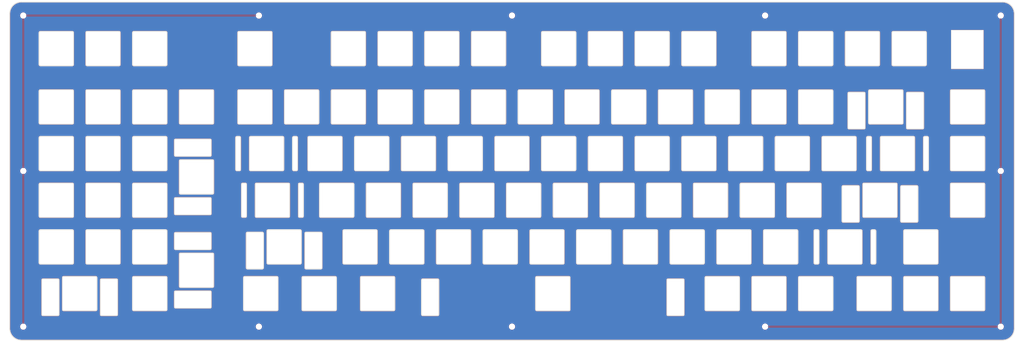
<source format=kicad_pcb>
(kicad_pcb (version 20171130) (host pcbnew "(5.1.4)-1")
  (layers (0 F.Cu signal) (31 B.Cu signal) (34 B.Paste user) (35 F.Paste user) (36 B.SilkS user) (37 F.SilkS user) (38 B.Mask user) (39 F.Mask user) (44 Edge.Cuts user))
  (net 0 "")
  (module MountingHole:MountingHole_2.2mm_M2 (layer F.Cu) (at 477.85 242.825 90)
    (fp_text reference REF** hide)
    (fp_text value MountingHole_2.2mm_M2)
    (pad 1 np_thru_hole circle (at 0 0 90) (size 2.2 2.2) (drill 2.2) (layers *.Cu *.Mask))
  )
  (module MountingHole:MountingHole_2.2mm_M2 (layer F.Cu) (at 79.3875 242.825 90)
    (fp_text reference REF** hide)
    (fp_text value MountingHole_2.2mm_M2)
    (pad 1 np_thru_hole circle (at 0 0 90) (size 2.2 2.2) (drill 2.2) (layers *.Cu *.Mask))
  )
  (module MountingHole:MountingHole_2.2mm_M2 (layer F.Cu) (at 477.8375 179.3875)
    (fp_text reference REF** hide)
    (fp_text value MountingHole_2.2mm_M2)
    (pad 1 np_thru_hole circle (at 0 0) (size 2.2 2.2) (drill 2.2) (layers *.Cu *.Mask))
  )
  (module MountingHole:MountingHole_2.2mm_M2 (layer F.Cu) (at 79.375 179.3875)
    (fp_text reference REF** hide)
    (fp_text value MountingHole_2.2mm_M2)
    (pad 1 np_thru_hole circle (at 0 0) (size 2.2 2.2) (drill 2.2) (layers *.Cu *.Mask))
  )
  (module logo:front_ninetyflip_small_mask (layer B.Cu) (at 459.58125 177.8 180)
    (fp_text reference G*** hide)
    (fp_text value LOGO hide)
  )
  (module logo:front_ninetyflip_small_cu (layer F.Cu) (at 99.21875 307.18125)
    (fp_text reference G*** hide)
    (fp_text value LOGO hide)
    (fp_poly (pts (xy -1.036734 -1.079932) (xy -0.745153 -1.076599) (xy -0.582977 -1.075793) (xy -0.364549 -1.076139) (xy -0.120001 -1.077532) (xy 0.092827 -1.07954) (xy 0.34724 -1.078722) (xy 0.531998 -1.069962) (xy 0.640861 -1.053695) (xy 0.667815 -1.039555) (xy 0.686552 -0.978699) (xy 0.714942 -0.849262) (xy 0.750072 -0.668136) (xy 0.789028 -0.452214) (xy 0.828895 -0.218392) (xy 0.866759 0.016439) (xy 0.899705 0.235385) (xy 0.92482 0.421551) (xy 0.93449 0.506291) (xy 0.964505 0.799149) (xy 1.107863 0.086394) (xy 1.160183 -0.169531) (xy 1.211444 -0.412781) (xy 1.257315 -0.623336) (xy 1.293467 -0.781175) (xy 1.308718 -0.842347) (xy 1.366216 -1.058334) (xy 1.871034 -1.070504) (xy 2.088697 -1.0744) (xy 2.234033 -1.072572) (xy 2.321012 -1.063438) (xy 2.363601 -1.045416) (xy 2.375769 -1.016926) (xy 2.375851 -1.013349) (xy 2.364169 -0.94578) (xy 2.331206 -0.806412) (xy 2.280081 -0.606324) (xy 2.213915 -0.356594) (xy 2.135827 -0.068302) (xy 2.04894 0.247476) (xy 1.956372 0.57966) (xy 1.861244 0.917171) (xy 1.766677 1.248933) (xy 1.675791 1.563866) (xy 1.591707 1.850891) (xy 1.517544 2.098931) (xy 1.456424 2.296908) (xy 1.411467 2.433742) (xy 1.3877 2.494882) (xy 1.244624 2.694329) (xy 1.04807 2.832317) (xy 0.793704 2.910931) (xy 0.479524 2.932304) (xy 0.308543 2.925353) (xy 0.15365 2.912484) (xy 0.064796 2.899482) (xy -0.064796 2.87177) (xy -0.064796 2.181462) (xy 0.20153 2.168697) (xy 0.370756 2.153878) (xy 0.476305 2.118925) (xy 0.54078 2.0481) (xy 0.586786 1.925662) (xy 0.595558 1.894338) (xy 0.619097 1.790629) (xy 0.605207 1.741167) (xy 0.541932 1.717643) (xy 0.518905 1.712879) (xy 0.469534 1.6979) (xy 0.428664 1.666437) (xy 0.389605 1.605191) (xy 0.345667 1.500862) (xy 0.290161 1.34015) (xy 0.21788 1.11446) (xy 0.137988 0.862525) (xy 0.041676 0.560488) (xy -0.0608 0.240417) (xy -0.159186 -0.065618) (xy -0.193764 -0.172789) (xy -0.424011 -0.885544) (xy -0.427992 -0.614206) (xy -0.431766 -0.470633) (xy -0.449462 -0.381856) (xy -0.498399 -0.331848) (xy -0.595895 -0.304589) (xy -0.759272 -0.284052) (xy -0.78835 -0.280806) (xy -1.036734 -0.252967) (xy -1.036734 0.404843) (xy -1.033724 0.699854) (xy -1.02447 0.913243) (xy -1.008638 1.049581) (xy -0.985895 1.113439) (xy -0.984898 1.11449) (xy -0.915649 1.142799) (xy -0.791155 1.161627) (xy -0.682517 1.166326) (xy -0.431972 1.166326) (xy -0.431972 1.531983) (xy -0.43443 1.714611) (xy -0.444382 1.82992) (xy -0.465697 1.896911) (xy -0.502244 1.934585) (xy -0.515527 1.942357) (xy -0.591435 1.96058) (xy -0.732094 1.975222) (xy -0.915882 1.984567) (xy -1.078479 1.987075) (xy -1.351749 1.981019) (xy -1.556908 1.959652) (xy -1.711599 1.918175) (xy -1.833464 1.851789) (xy -1.940145 1.755695) (xy -1.943877 1.751673) (xy -1.979141 1.7115) (xy -2.005918 1.669545) (xy -2.02557 1.613831) (xy -2.039462 1.532376) (xy -2.048957 1.413203) (xy -2.05542 1.244332) (xy -2.060215 1.013783) (xy -2.064705 0.709578) (xy -2.065008 0.687772) (xy -2.078145 -0.259184) (xy -2.419047 -0.259184) (xy -2.419047 -1.079932) (xy -1.998928 -1.079932) (xy -1.945379 -1.414711) (xy -1.914473 -1.580947) (xy -1.881348 -1.716635) (xy -1.852314 -1.796639) (xy -1.847768 -1.803487) (xy -1.774331 -1.834767) (xy -1.616534 -1.852749) (xy -1.420221 -1.857483) (xy -1.036734 -1.857483)) (layer F.Cu) (width 0))
    (fp_poly (pts (xy 10.820613 -1.066235) (xy 10.959022 -1.004137) (xy 11.018629 -0.953663) (xy 11.144898 -0.827394) (xy 11.144898 0.453088) (xy 11.144333 0.83867) (xy 11.141925 1.147492) (xy 11.136604 1.389182) (xy 11.127301 1.573372) (xy 11.112945 1.709692) (xy 11.092468 1.807772) (xy 11.064798 1.877241) (xy 11.028868 1.927731) (xy 10.983605 1.96887) (xy 10.975853 1.974901) (xy 10.858448 2.017488) (xy 10.670826 2.023086) (xy 10.420633 1.992132) (xy 10.118963 1.925948) (xy 9.719388 1.823357) (xy 9.719388 2.894217) (xy 9.489003 2.894217) (xy 9.354567 2.88921) (xy 9.258138 2.876362) (xy 9.229819 2.865419) (xy 9.223835 2.817548) (xy 9.218272 2.692141) (xy 9.21326 2.498056) (xy 9.208931 2.244151) (xy 9.205417 1.939285) (xy 9.202848 1.592315) (xy 9.201355 1.212101) (xy 9.201021 0.920473) (xy 9.201021 0.51784) (xy 9.719388 0.51784) (xy 9.719388 1.418633) (xy 10.01097 1.44691) (xy 10.164977 1.463475) (xy 10.285672 1.479447) (xy 10.345749 1.491076) (xy 10.419427 1.500318) (xy 10.496939 1.498636) (xy 10.604932 1.490306) (xy 10.616513 0.46437) (xy 10.619902 0.141056) (xy 10.621349 -0.106089) (xy 10.620128 -0.28728) (xy 10.615512 -0.412735) (xy 10.606776 -0.49267) (xy 10.593193 -0.5373) (xy 10.574038 -0.556843) (xy 10.548584 -0.561515) (xy 10.543599 -0.561565) (xy 10.463551 -0.552124) (xy 10.326618 -0.527551) (xy 10.159776 -0.493473) (xy 9.990004 -0.455516) (xy 9.84428 -0.419304) (xy 9.794983 -0.405449) (xy 9.769618 -0.391407) (xy 9.750617 -0.359081) (xy 9.737075 -0.297415) (xy 9.728088 -0.195355) (xy 9.722749 -0.041844) (xy 9.720155 0.174172) (xy 9.719399 0.463749) (xy 9.719388 0.51784) (xy 9.201021 0.51784) (xy 9.201021 -0.995676) (xy 9.317276 -1.039876) (xy 9.472252 -1.075127) (xy 9.592425 -1.056739) (xy 9.660789 -0.988649) (xy 9.668742 -0.958498) (xy 9.699572 -0.872401) (xy 9.734134 -0.838999) (xy 9.795596 -0.844172) (xy 9.915838 -0.874822) (xy 10.073137 -0.925065) (xy 10.142401 -0.949634) (xy 10.423528 -1.039035) (xy 10.645857 -1.077885)) (layer F.Cu) (width 0))
    (fp_poly (pts (xy -3.466219 -1.120297) (xy -3.225588 -1.110221) (xy -3.044488 -1.089414) (xy -2.90954 -1.05462) (xy -2.807362 -1.002578) (xy -2.724574 -0.930032) (xy -2.659703 -0.850148) (xy -2.620258 -0.785032) (xy -2.593007 -0.704307) (xy -2.575023 -0.58993) (xy -2.563381 -0.423857) (xy -2.555732 -0.209098) (xy -2.550563 0.055733) (xy -2.553806 0.248686) (xy -2.567979 0.384076) (xy -2.595602 0.47622) (xy -2.639193 0.539432) (xy -2.695302 0.584169) (xy -2.761773 0.60961) (xy -2.892947 0.646945) (xy -3.068717 0.691584) (xy -3.268978 0.738939) (xy -3.473625 0.78442) (xy -3.662551 0.823438) (xy -3.815653 0.851404) (xy -3.912823 0.863729) (xy -3.921061 0.863945) (xy -3.927874 0.901542) (xy -3.923917 0.993177) (xy -3.92289 1.004336) (xy -3.909353 1.144728) (xy -3.250595 1.156652) (xy -2.591836 1.168577) (xy -2.591836 1.557583) (xy -2.596517 1.767) (xy -2.611231 1.898074) (xy -2.636987 1.958385) (xy -2.645833 1.963479) (xy -2.720364 1.973732) (xy -2.864298 1.982957) (xy -3.060646 1.990911) (xy -3.29242 1.997353) (xy -3.542631 2.00204) (xy -3.794291 2.004731) (xy -4.030412 2.005183) (xy -4.234006 2.003154) (xy -4.388083 1.998403) (xy -4.475656 1.990687) (xy -4.480635 1.989614) (xy -4.619218 1.940568) (xy -4.732628 1.881399) (xy -4.79995 1.830965) (xy -4.853141 1.771082) (xy -4.893839 1.69158) (xy -4.92368 1.582289) (xy -4.944303 1.43304) (xy -4.957344 1.233663) (xy -4.964442 0.973988) (xy -4.967233 0.643845) (xy -4.967525 0.422561) (xy -4.967253 0.225796) (xy -3.930952 0.225796) (xy -3.725765 0.195739) (xy -3.597636 0.17142) (xy -3.506709 0.144031) (xy -3.485567 0.132064) (xy -3.467671 0.072467) (xy -3.461514 -0.04132) (xy -3.463968 -0.112766) (xy -3.477381 -0.32398) (xy -3.704166 -0.337037) (xy -3.930952 -0.350093) (xy -3.930952 0.225796) (xy -4.967253 0.225796) (xy -4.967056 0.084484) (xy -4.965237 -0.178469) (xy -4.961283 -0.377567) (xy -4.954406 -0.524078) (xy -4.943822 -0.629271) (xy -4.928743 -0.704415) (xy -4.908385 -0.760779) (xy -4.88196 -0.80963) (xy -4.881526 -0.810344) (xy -4.809888 -0.915836) (xy -4.732468 -0.994737) (xy -4.635918 -1.050834) (xy -4.506891 -1.087911) (xy -4.332041 -1.109757) (xy -4.09802 -1.120157) (xy -3.791482 -1.122897) (xy -3.779762 -1.122901)) (layer F.Cu) (width 0))
    (fp_poly (pts (xy -9.63577 -1.109919) (xy -9.493162 -1.069288) (xy -9.465252 -1.052688) (xy -9.406824 -1.006885) (xy -9.359662 -0.95364) (xy -9.32257 -0.883749) (xy -9.294349 -0.788008) (xy -9.273803 -0.657213) (xy -9.259735 -0.48216) (xy -9.250947 -0.253644) (xy -9.246241 0.037537) (xy -9.244422 0.400587) (xy -9.244217 0.646571) (xy -9.244217 1.987075) (xy -10.280952 1.987075) (xy -10.281614 0.982738) (xy -10.283317 0.69442) (xy -10.287735 0.43346) (xy -10.294413 0.212786) (xy -10.302902 0.045324) (xy -10.312747 -0.056) (xy -10.318758 -0.07915) (xy -10.372516 -0.113553) (xy -10.481069 -0.115923) (xy -10.555681 -0.106643) (xy -10.756122 -0.076585) (xy -10.756122 1.987075) (xy -11.793962 1.987075) (xy -11.78261 0.46437) (xy -11.771258 -1.058334) (xy -11.382483 -1.090907) (xy -11.176474 -1.104668) (xy -11.039392 -1.098805) (xy -10.954441 -1.064446) (xy -10.904825 -0.992721) (xy -10.873749 -0.874757) (xy -10.863442 -0.816764) (xy -10.836905 -0.710281) (xy -10.805719 -0.651811) (xy -10.797026 -0.647959) (xy -10.743808 -0.674169) (xy -10.655088 -0.74002) (xy -10.617234 -0.771985) (xy -10.427522 -0.929238) (xy -10.272787 -1.032517) (xy -10.130389 -1.092217) (xy -9.977683 -1.118739) (xy -9.852563 -1.12313)) (layer F.Cu) (width 0))
    (fp_poly (pts (xy -7.991496 1.987075) (xy -9.028231 1.987075) (xy -9.028231 -1.079932) (xy -7.991496 -1.079932)) (layer F.Cu) (width 0))
    (fp_poly (pts (xy -5.575226 -1.109919) (xy -5.432617 -1.069288) (xy -5.404708 -1.052688) (xy -5.34628 -1.006885) (xy -5.299118 -0.95364) (xy -5.262026 -0.883749) (xy -5.233805 -0.788008) (xy -5.213259 -0.657213) (xy -5.19919 -0.48216) (xy -5.190402 -0.253644) (xy -5.185697 0.037537) (xy -5.183878 0.400587) (xy -5.183673 0.646571) (xy -5.183673 1.987075) (xy -6.220408 1.987075) (xy -6.221069 0.982738) (xy -6.222773 0.69442) (xy -6.22719 0.43346) (xy -6.233869 0.212786) (xy -6.242357 0.045324) (xy -6.252203 -0.056) (xy -6.258213 -0.07915) (xy -6.311972 -0.113553) (xy -6.420525 -0.115923) (xy -6.495137 -0.106643) (xy -6.695578 -0.076585) (xy -6.695578 1.987075) (xy -7.733418 1.987075) (xy -7.722066 0.46437) (xy -7.710714 -1.058334) (xy -7.321938 -1.090907) (xy -7.11593 -1.104668) (xy -6.978848 -1.098805) (xy -6.893897 -1.064446) (xy -6.844281 -0.992721) (xy -6.813204 -0.874757) (xy -6.802898 -0.816764) (xy -6.776361 -0.710281) (xy -6.745175 -0.651811) (xy -6.736481 -0.647959) (xy -6.683264 -0.674169) (xy -6.594544 -0.74002) (xy -6.55669 -0.771985) (xy -6.366977 -0.929238) (xy -6.212243 -1.032517) (xy -6.069844 -1.092217) (xy -5.917139 -1.118739) (xy -5.792019 -1.12313)) (layer F.Cu) (width 0))
    (fp_poly (pts (xy 4.322059 -2.107601) (xy 4.730102 -2.095068) (xy 4.730102 -1.663095) (xy 4.406123 -1.641497) (xy 4.082143 -1.619898) (xy 4.069412 -1.330168) (xy 4.056682 -1.040439) (xy 4.393392 -1.027787) (xy 4.730102 -1.015136) (xy 4.730102 -0.626361) (xy 4.395963 -0.613756) (xy 4.061825 -0.601151) (xy 4.050385 0.682162) (xy 4.038946 1.965476) (xy 3.790562 1.978431) (xy 3.542177 1.991386) (xy 3.542177 -0.561565) (xy 3.401786 -0.562226) (xy 3.258802 -0.576893) (xy 3.182958 -0.630494) (xy 3.158728 -0.740002) (xy 3.161399 -0.82503) (xy 3.175 -1.015136) (xy 3.358589 -1.028419) (xy 3.542177 -1.041702) (xy 3.542177 -1.408541) (xy 3.552238 -1.666206) (xy 3.589605 -1.85467) (xy 3.665054 -1.983594) (xy 3.789363 -2.062637) (xy 3.973309 -2.101459) (xy 4.227667 -2.109721)) (layer F.Cu) (width 0))
    (fp_poly (pts (xy 6.220408 1.987075) (xy 5.990023 1.987075) (xy 5.855587 1.982067) (xy 5.759159 1.969219) (xy 5.730839 1.958276) (xy 5.724968 1.910495) (xy 5.719499 1.784999) (xy 5.714556 1.590468) (xy 5.710262 1.335581) (xy 5.70674 1.029017) (xy 5.704116 0.679457) (xy 5.702511 0.295579) (xy 5.702041 -0.063356) (xy 5.702638 -0.564034) (xy 5.704521 -0.983722) (xy 5.707826 -1.327816) (xy 5.712691 -1.601714) (xy 5.719251 -1.810813) (xy 5.727644 -1.960509) (xy 5.738007 -2.056199) (xy 5.750477 -2.103281) (xy 5.753878 -2.108027) (xy 5.825568 -2.138839) (xy 5.947647 -2.157407) (xy 6.013062 -2.159864) (xy 6.220408 -2.159864)) (layer F.Cu) (width 0))
    (fp_poly (pts (xy 7.991497 1.987075) (xy 7.752556 1.987075) (xy 7.593929 1.977102) (xy 7.505849 1.948628) (xy 7.492777 1.932771) (xy 7.488136 1.877945) (xy 7.484526 1.747229) (xy 7.482013 1.55112) (xy 7.480663 1.300116) (xy 7.480542 1.004717) (xy 7.481716 0.675419) (xy 7.483334 0.431665) (xy 7.494728 -1.015136) (xy 7.743113 -1.028091) (xy 7.991497 -1.041046)) (layer F.Cu) (width 0))
    (fp_poly (pts (xy -7.969898 -2.095068) (xy -7.969898 -1.447109) (xy -9.071428 -1.422929) (xy -9.071428 -2.119248)) (layer F.Cu) (width 0))
    (fp_poly (pts (xy 8.013096 -1.576701) (xy 7.468692 -1.550865) (xy 7.494728 -2.051871) (xy 8.013096 -2.051871)) (layer F.Cu) (width 0))
  )
  (module logo:front_ninetyflip_small_mask (layer F.Cu) (at 99.21875 307.18125)
    (fp_text reference G*** hide)
    (fp_text value LOGO hide)
  )
  (module MountingHole:MountingHole_2.2mm_M2 (layer F.Cu) (at 278.60625 179.3875)
    (fp_text reference REF** hide)
    (fp_text value MountingHole_2.2mm_M2)
    (pad 1 np_thru_hole circle (at 0 0) (size 2.2 2.2) (drill 2.2) (layers *.Cu *.Mask))
  )
  (module MountingHole:MountingHole_2.2mm_M2 (layer F.Cu) (at 278.60625 306.3875)
    (fp_text reference REF** hide)
    (fp_text value MountingHole_2.2mm_M2)
    (pad 1 np_thru_hole circle (at 0 0) (size 2.2 2.2) (drill 2.2) (layers *.Cu *.Mask))
  )
  (module MountingHole:MountingHole_2.2mm_M2 (layer F.Cu) (at 381.79375 179.3875)
    (fp_text reference REF** hide)
    (fp_text value MountingHole_2.2mm_M2)
    (pad 1 np_thru_hole circle (at 0 0) (size 2.2 2.2) (drill 2.2) (layers *.Cu *.Mask))
  )
  (module MountingHole:MountingHole_2.2mm_M2 (layer F.Cu) (at 381.79375 306.3875)
    (fp_text reference REF** hide)
    (fp_text value MountingHole_2.2mm_M2)
    (pad 1 np_thru_hole circle (at 0 0) (size 2.2 2.2) (drill 2.2) (layers *.Cu *.Mask))
  )
  (module MountingHole:MountingHole_2.2mm_M2 (layer F.Cu) (at 175.41875 179.3875)
    (fp_text reference REF** hide)
    (fp_text value MountingHole_2.2mm_M2)
    (pad 1 np_thru_hole circle (at 0 0) (size 2.2 2.2) (drill 2.2) (layers *.Cu *.Mask))
  )
  (module MountingHole:MountingHole_2.2mm_M2 (layer F.Cu) (at 175.41875 306.3875)
    (fp_text reference REF** hide)
    (fp_text value MountingHole_2.2mm_M2)
    (pad 1 np_thru_hole circle (at 0 0) (size 2.2 2.2) (drill 2.2) (layers *.Cu *.Mask))
  )
  (module MountingHole:MountingHole_2.2mm_M2 (layer F.Cu) (at 477.8375 306.3875)
    (fp_text reference REF** hide)
    (fp_text value MountingHole_2.2mm_M2)
    (pad 1 np_thru_hole circle (at 0 0) (size 2.2 2.2) (drill 2.2) (layers *.Cu *.Mask))
  )
  (module MountingHole:MountingHole_2.2mm_M2 (layer F.Cu) (at 79.375 306.3875)
    (fp_text reference REF** hide)
    (fp_text value MountingHole_2.2mm_M2)
    (pad 1 np_thru_hole circle (at 0 0) (size 2.2 2.2) (drill 2.2) (layers *.Cu *.Mask))
  )
  (module MountingHole:MountingHole_2.2mm_M2 (layer F.Cu) (at 79.375 179.3875)
    (fp_text reference REF** hide)
    (fp_text value MountingHole_2.2mm_M2)
    (pad 1 np_thru_hole circle (at 0 0) (size 2.2 2.2) (drill 2.2) (layers *.Cu *.Mask))
  )
  (gr_line (start 447.51125 186.375) (end 447.51125 199.374999) (layer Edge.Cuts) (width 0.2))
  (gr_arc (start 447.01125 199.374999) (end 447.01125 199.874999) (angle -90) (layer Edge.Cuts) (width 0.2))
  (gr_line (start 470.729584 201.088295) (end 457.743761 201.088295) (layer Edge.Cuts) (width 0.1))
  (gr_line (start 457.743761 201.088295) (end 457.743761 185.427518) (layer Edge.Cuts) (width 0.1))
  (gr_line (start 470.729584 185.427518) (end 470.729584 201.088295) (layer Edge.Cuts) (width 0.1))
  (gr_line (start 457.743761 185.427518) (end 470.729584 185.427518) (layer Edge.Cuts) (width 0.1))
  (gr_arc (start 478.63125 178.59375) (end 483.39375 178.59375) (angle -90) (layer Edge.Cuts) (width 0.2))
  (gr_arc (start 478.63125 307.18125) (end 478.63125 311.94375) (angle -90) (layer Edge.Cuts) (width 0.2))
  (gr_arc (start 78.58125 307.18125) (end 73.81875 307.18125) (angle -90) (layer Edge.Cuts) (width 0.2))
  (gr_arc (start 78.58125 178.59375) (end 78.58125 173.83125) (angle -90) (layer Edge.Cuts) (width 0.2))
  (gr_arc (start 86.34875 186.375) (end 86.34875 185.875) (angle -90) (layer Edge.Cuts) (width 0.2))
  (gr_line (start 99.848749 186.375) (end 99.848749 199.374999) (layer Edge.Cuts) (width 0.2))
  (gr_line (start 86.34875 199.874999) (end 99.348749 199.874999) (layer Edge.Cuts) (width 0.2))
  (gr_line (start 86.34875 185.875) (end 99.348749 185.875) (layer Edge.Cuts) (width 0.2))
  (gr_line (start 85.84875 186.375) (end 85.84875 199.374999) (layer Edge.Cuts) (width 0.2))
  (gr_line (start 124.44875 199.874999) (end 137.44875 199.874999) (layer Edge.Cuts) (width 0.2))
  (gr_arc (start 86.34875 199.374999) (end 85.84875 199.374999) (angle -90) (layer Edge.Cuts) (width 0.2))
  (gr_line (start 124.44875 185.875) (end 137.44875 185.875) (layer Edge.Cuts) (width 0.2))
  (gr_arc (start 118.39875 199.374999) (end 118.39875 199.874999) (angle -90) (layer Edge.Cuts) (width 0.2))
  (gr_arc (start 105.39875 199.374999) (end 104.89875 199.374999) (angle -90) (layer Edge.Cuts) (width 0.2))
  (gr_arc (start 118.39875 186.375) (end 118.89875 186.375) (angle -90) (layer Edge.Cuts) (width 0.2))
  (gr_arc (start 105.39875 186.375) (end 105.39875 185.875) (angle -90) (layer Edge.Cuts) (width 0.2))
  (gr_line (start 118.89875 186.375) (end 118.89875 199.374999) (layer Edge.Cuts) (width 0.2))
  (gr_line (start 104.89875 186.375) (end 104.89875 199.374999) (layer Edge.Cuts) (width 0.2))
  (gr_arc (start 99.348749 199.374999) (end 99.348749 199.874999) (angle -90) (layer Edge.Cuts) (width 0.2))
  (gr_line (start 105.39875 199.874999) (end 118.39875 199.874999) (layer Edge.Cuts) (width 0.2))
  (gr_line (start 105.39875 185.875) (end 118.39875 185.875) (layer Edge.Cuts) (width 0.2))
  (gr_arc (start 99.348749 186.375) (end 99.848749 186.375) (angle -90) (layer Edge.Cuts) (width 0.2))
  (gr_arc (start 238.74875 248.2875) (end 238.74875 247.7875) (angle -90) (layer Edge.Cuts) (width 0.2))
  (gr_line (start 174.455 247.7875) (end 187.455 247.7875) (layer Edge.Cuts) (width 0.2))
  (gr_arc (start 168.855 261.2875) (end 168.355 261.2875) (angle -90) (layer Edge.Cuts) (width 0.2))
  (gr_arc (start 187.455 261.2875) (end 187.455 261.7875) (angle -90) (layer Edge.Cuts) (width 0.2))
  (gr_arc (start 187.455 248.2875) (end 187.955 248.2875) (angle -90) (layer Edge.Cuts) (width 0.2))
  (gr_line (start 187.955 248.2875) (end 187.955 261.2875) (layer Edge.Cuts) (width 0.2))
  (gr_arc (start 193.055 248.2875) (end 193.555 248.2875) (angle -90) (layer Edge.Cuts) (width 0.2))
  (gr_line (start 238.24875 248.2875) (end 238.24875 261.2875) (layer Edge.Cuts) (width 0.2))
  (gr_arc (start 219.69875 248.2875) (end 219.69875 247.7875) (angle -90) (layer Edge.Cuts) (width 0.2))
  (gr_arc (start 200.64875 261.2875) (end 200.14875 261.2875) (angle -90) (layer Edge.Cuts) (width 0.2))
  (gr_arc (start 169.855 261.2875) (end 169.855 261.7875) (angle -90) (layer Edge.Cuts) (width 0.2))
  (gr_arc (start 124.44875 261.2875) (end 123.94875 261.2875) (angle -90) (layer Edge.Cuts) (width 0.2))
  (gr_arc (start 168.855 248.2875) (end 168.855 247.7875) (angle -90) (layer Edge.Cuts) (width 0.2))
  (gr_arc (start 192.055 248.2875) (end 192.055 247.7875) (angle -90) (layer Edge.Cuts) (width 0.2))
  (gr_line (start 200.64875 247.7875) (end 213.648749 247.7875) (layer Edge.Cuts) (width 0.2))
  (gr_line (start 219.19875 248.2875) (end 219.19875 261.2875) (layer Edge.Cuts) (width 0.2))
  (gr_arc (start 137.44875 261.2875) (end 137.44875 261.7875) (angle -90) (layer Edge.Cuts) (width 0.2))
  (gr_arc (start 219.69875 261.2875) (end 219.19875 261.2875) (angle -90) (layer Edge.Cuts) (width 0.2))
  (gr_arc (start 232.69875 248.2875) (end 233.19875 248.2875) (angle -90) (layer Edge.Cuts) (width 0.2))
  (gr_line (start 200.64875 261.7875) (end 213.648749 261.7875) (layer Edge.Cuts) (width 0.2))
  (gr_line (start 170.355 248.2875) (end 170.355 261.2875) (layer Edge.Cuts) (width 0.2))
  (gr_line (start 192.055 247.7875) (end 193.055 247.7875) (layer Edge.Cuts) (width 0.2))
  (gr_arc (start 174.455 261.2875) (end 173.955 261.2875) (angle -90) (layer Edge.Cuts) (width 0.2))
  (gr_line (start 137.94875 248.2875) (end 137.94875 261.2875) (layer Edge.Cuts) (width 0.2))
  (gr_line (start 233.19875 248.2875) (end 233.19875 261.2875) (layer Edge.Cuts) (width 0.2))
  (gr_line (start 219.69875 247.7875) (end 232.69875 247.7875) (layer Edge.Cuts) (width 0.2))
  (gr_arc (start 213.648749 261.2875) (end 213.648749 261.7875) (angle -90) (layer Edge.Cuts) (width 0.2))
  (gr_arc (start 192.055 261.2875) (end 191.555 261.2875) (angle -90) (layer Edge.Cuts) (width 0.2))
  (gr_arc (start 137.44875 248.2875) (end 137.94875 248.2875) (angle -90) (layer Edge.Cuts) (width 0.2))
  (gr_line (start 257.79875 247.7875) (end 270.79875 247.7875) (layer Edge.Cuts) (width 0.2))
  (gr_arc (start 251.74875 248.2875) (end 252.24875 248.2875) (angle -90) (layer Edge.Cuts) (width 0.2))
  (gr_line (start 252.24875 248.2875) (end 252.24875 261.2875) (layer Edge.Cuts) (width 0.2))
  (gr_line (start 219.69875 261.7875) (end 232.69875 261.7875) (layer Edge.Cuts) (width 0.2))
  (gr_line (start 238.74875 261.7875) (end 251.74875 261.7875) (layer Edge.Cuts) (width 0.2))
  (gr_arc (start 213.648749 248.2875) (end 214.148749 248.2875) (angle -90) (layer Edge.Cuts) (width 0.2))
  (gr_arc (start 169.855 248.2875) (end 170.355 248.2875) (angle -90) (layer Edge.Cuts) (width 0.2))
  (gr_arc (start 200.64875 248.2875) (end 200.64875 247.7875) (angle -90) (layer Edge.Cuts) (width 0.2))
  (gr_line (start 191.555 248.2875) (end 191.555 261.2875) (layer Edge.Cuts) (width 0.2))
  (gr_line (start 214.148749 248.2875) (end 214.148749 261.2875) (layer Edge.Cuts) (width 0.2))
  (gr_line (start 168.855 247.7875) (end 169.855 247.7875) (layer Edge.Cuts) (width 0.2))
  (gr_line (start 168.355 248.2875) (end 168.355 261.2875) (layer Edge.Cuts) (width 0.2))
  (gr_line (start 173.955 248.2875) (end 173.955 261.2875) (layer Edge.Cuts) (width 0.2))
  (gr_line (start 193.555 248.2875) (end 193.555 261.2875) (layer Edge.Cuts) (width 0.2))
  (gr_line (start 168.855 261.7875) (end 169.855 261.7875) (layer Edge.Cuts) (width 0.2))
  (gr_line (start 238.74875 247.7875) (end 251.74875 247.7875) (layer Edge.Cuts) (width 0.2))
  (gr_line (start 200.14875 248.2875) (end 200.14875 261.2875) (layer Edge.Cuts) (width 0.2))
  (gr_line (start 192.055 261.7875) (end 193.055 261.7875) (layer Edge.Cuts) (width 0.2))
  (gr_arc (start 232.69875 261.2875) (end 232.69875 261.7875) (angle -90) (layer Edge.Cuts) (width 0.2))
  (gr_arc (start 193.055 261.2875) (end 193.055 261.7875) (angle -90) (layer Edge.Cuts) (width 0.2))
  (gr_line (start 271.29875 248.2875) (end 271.29875 261.2875) (layer Edge.Cuts) (width 0.2))
  (gr_line (start 174.455 261.7875) (end 187.455 261.7875) (layer Edge.Cuts) (width 0.2))
  (gr_arc (start 124.44875 248.2875) (end 124.44875 247.7875) (angle -90) (layer Edge.Cuts) (width 0.2))
  (gr_line (start 257.29875 248.2875) (end 257.29875 261.2875) (layer Edge.Cuts) (width 0.2))
  (gr_arc (start 174.455 248.2875) (end 174.455 247.7875) (angle -90) (layer Edge.Cuts) (width 0.2))
  (gr_line (start 257.79875 261.7875) (end 270.79875 261.7875) (layer Edge.Cuts) (width 0.2))
  (gr_arc (start 251.74875 261.2875) (end 251.74875 261.7875) (angle -90) (layer Edge.Cuts) (width 0.2))
  (gr_arc (start 238.74875 261.2875) (end 238.24875 261.2875) (angle -90) (layer Edge.Cuts) (width 0.2))
  (gr_arc (start 86.34875 261.2875) (end 85.84875 261.2875) (angle -90) (layer Edge.Cuts) (width 0.2))
  (gr_arc (start 424.64875 229.2375) (end 425.14875 229.2375) (angle -90) (layer Edge.Cuts) (width 0.2))
  (gr_arc (start 386.38625 242.2375) (end 385.88625 242.2375) (angle -90) (layer Edge.Cuts) (width 0.2))
  (gr_arc (start 399.38625 229.2375) (end 399.88625 229.2375) (angle -90) (layer Edge.Cuts) (width 0.2))
  (gr_line (start 423.64875 228.7375) (end 424.64875 228.7375) (layer Edge.Cuts) (width 0.2))
  (gr_line (start 457.32375 229.2375) (end 457.32375 242.2375) (layer Edge.Cuts) (width 0.2))
  (gr_arc (start 429.24875 242.2375) (end 428.74875 242.2375) (angle -90) (layer Edge.Cuts) (width 0.2))
  (gr_line (start 99.848749 248.2875) (end 99.848749 261.2875) (layer Edge.Cuts) (width 0.2))
  (gr_arc (start 442.24875 242.2375) (end 442.24875 242.7375) (angle -90) (layer Edge.Cuts) (width 0.2))
  (gr_line (start 86.34875 247.7875) (end 99.348749 247.7875) (layer Edge.Cuts) (width 0.2))
  (gr_line (start 457.82375 228.7375) (end 470.82375 228.7375) (layer Edge.Cuts) (width 0.2))
  (gr_line (start 425.14875 229.2375) (end 425.14875 242.2375) (layer Edge.Cuts) (width 0.2))
  (gr_line (start 429.24875 242.7375) (end 442.24875 242.7375) (layer Edge.Cuts) (width 0.2))
  (gr_line (start 446.34875 229.2375) (end 446.34875 242.2375) (layer Edge.Cuts) (width 0.2))
  (gr_arc (start 405.43625 242.2375) (end 404.93625 242.2375) (angle -90) (layer Edge.Cuts) (width 0.2))
  (gr_line (start 446.84875 228.7375) (end 447.84875 228.7375) (layer Edge.Cuts) (width 0.2))
  (gr_arc (start 429.24875 229.2375) (end 429.24875 228.7375) (angle -90) (layer Edge.Cuts) (width 0.2))
  (gr_arc (start 399.38625 242.2375) (end 399.38625 242.7375) (angle -90) (layer Edge.Cuts) (width 0.2))
  (gr_line (start 418.93625 229.2375) (end 418.93625 242.2375) (layer Edge.Cuts) (width 0.2))
  (gr_line (start 105.39875 247.7875) (end 118.39875 247.7875) (layer Edge.Cuts) (width 0.2))
  (gr_arc (start 99.348749 248.2875) (end 99.848749 248.2875) (angle -90) (layer Edge.Cuts) (width 0.2))
  (gr_line (start 446.84875 242.7375) (end 447.84875 242.7375) (layer Edge.Cuts) (width 0.2))
  (gr_arc (start 405.43625 229.2375) (end 405.43625 228.7375) (angle -90) (layer Edge.Cuts) (width 0.2))
  (gr_arc (start 423.64875 242.2375) (end 423.14875 242.2375) (angle -90) (layer Edge.Cuts) (width 0.2))
  (gr_line (start 423.14875 229.2375) (end 423.14875 242.2375) (layer Edge.Cuts) (width 0.2))
  (gr_arc (start 447.84875 229.2375) (end 448.34875 229.2375) (angle -90) (layer Edge.Cuts) (width 0.2))
  (gr_line (start 404.93625 229.2375) (end 404.93625 242.2375) (layer Edge.Cuts) (width 0.2))
  (gr_line (start 428.74875 229.2375) (end 428.74875 242.2375) (layer Edge.Cuts) (width 0.2))
  (gr_line (start 399.88625 229.2375) (end 399.88625 242.2375) (layer Edge.Cuts) (width 0.2))
  (gr_line (start 405.43625 242.7375) (end 418.43625 242.7375) (layer Edge.Cuts) (width 0.2))
  (gr_line (start 405.43625 228.7375) (end 418.43625 228.7375) (layer Edge.Cuts) (width 0.2))
  (gr_line (start 448.34875 229.2375) (end 448.34875 242.2375) (layer Edge.Cuts) (width 0.2))
  (gr_line (start 471.32375 229.2375) (end 471.32375 242.2375) (layer Edge.Cuts) (width 0.2))
  (gr_arc (start 86.34875 248.2875) (end 86.34875 247.7875) (angle -90) (layer Edge.Cuts) (width 0.2))
  (gr_arc (start 446.84875 229.2375) (end 446.84875 228.7375) (angle -90) (layer Edge.Cuts) (width 0.2))
  (gr_arc (start 447.84875 242.2375) (end 447.84875 242.7375) (angle -90) (layer Edge.Cuts) (width 0.2))
  (gr_line (start 85.84875 248.2875) (end 85.84875 261.2875) (layer Edge.Cuts) (width 0.2))
  (gr_arc (start 457.82375 229.2375) (end 457.82375 228.7375) (angle -90) (layer Edge.Cuts) (width 0.2))
  (gr_line (start 429.24875 228.7375) (end 442.24875 228.7375) (layer Edge.Cuts) (width 0.2))
  (gr_line (start 86.34875 261.7875) (end 99.348749 261.7875) (layer Edge.Cuts) (width 0.2))
  (gr_line (start 457.82375 242.7375) (end 470.82375 242.7375) (layer Edge.Cuts) (width 0.2))
  (gr_arc (start 418.43625 242.2375) (end 418.43625 242.7375) (angle -90) (layer Edge.Cuts) (width 0.2))
  (gr_arc (start 446.84875 242.2375) (end 446.34875 242.2375) (angle -90) (layer Edge.Cuts) (width 0.2))
  (gr_arc (start 423.64875 229.2375) (end 423.64875 228.7375) (angle -90) (layer Edge.Cuts) (width 0.2))
  (gr_line (start 123.94875 248.2875) (end 123.94875 261.2875) (layer Edge.Cuts) (width 0.2))
  (gr_line (start 124.44875 261.7875) (end 137.44875 261.7875) (layer Edge.Cuts) (width 0.2))
  (gr_line (start 124.44875 247.7875) (end 137.44875 247.7875) (layer Edge.Cuts) (width 0.2))
  (gr_line (start 442.74875 229.2375) (end 442.74875 242.2375) (layer Edge.Cuts) (width 0.2))
  (gr_arc (start 418.43625 229.2375) (end 418.93625 229.2375) (angle -90) (layer Edge.Cuts) (width 0.2))
  (gr_arc (start 118.39875 261.2875) (end 118.39875 261.7875) (angle -90) (layer Edge.Cuts) (width 0.2))
  (gr_arc (start 105.39875 261.2875) (end 104.89875 261.2875) (angle -90) (layer Edge.Cuts) (width 0.2))
  (gr_arc (start 118.39875 248.2875) (end 118.89875 248.2875) (angle -90) (layer Edge.Cuts) (width 0.2))
  (gr_arc (start 386.38625 229.2375) (end 386.38625 228.7375) (angle -90) (layer Edge.Cuts) (width 0.2))
  (gr_arc (start 105.39875 248.2875) (end 105.39875 247.7875) (angle -90) (layer Edge.Cuts) (width 0.2))
  (gr_arc (start 424.64875 242.2375) (end 424.64875 242.7375) (angle -90) (layer Edge.Cuts) (width 0.2))
  (gr_line (start 423.64875 242.7375) (end 424.64875 242.7375) (layer Edge.Cuts) (width 0.2))
  (gr_arc (start 442.24875 229.2375) (end 442.74875 229.2375) (angle -90) (layer Edge.Cuts) (width 0.2))
  (gr_arc (start 470.82375 229.2375) (end 471.32375 229.2375) (angle -90) (layer Edge.Cuts) (width 0.2))
  (gr_arc (start 470.82375 242.2375) (end 470.82375 242.7375) (angle -90) (layer Edge.Cuts) (width 0.2))
  (gr_line (start 118.89875 248.2875) (end 118.89875 261.2875) (layer Edge.Cuts) (width 0.2))
  (gr_arc (start 457.82375 242.2375) (end 457.32375 242.2375) (angle -90) (layer Edge.Cuts) (width 0.2))
  (gr_line (start 104.89875 248.2875) (end 104.89875 261.2875) (layer Edge.Cuts) (width 0.2))
  (gr_line (start 105.39875 261.7875) (end 118.39875 261.7875) (layer Edge.Cuts) (width 0.2))
  (gr_arc (start 99.348749 261.2875) (end 99.348749 261.7875) (angle -90) (layer Edge.Cuts) (width 0.2))
  (gr_arc (start 310.18625 229.2375) (end 310.18625 228.7375) (angle -90) (layer Edge.Cuts) (width 0.2))
  (gr_line (start 291.13625 242.7375) (end 304.13625 242.7375) (layer Edge.Cuts) (width 0.2))
  (gr_line (start 285.58625 229.2375) (end 285.58625 242.2375) (layer Edge.Cuts) (width 0.2))
  (gr_line (start 271.58625 229.2375) (end 271.58625 242.2375) (layer Edge.Cuts) (width 0.2))
  (gr_arc (start 266.03625 242.2375) (end 266.03625 242.7375) (angle -90) (layer Edge.Cuts) (width 0.2))
  (gr_line (start 385.88625 229.2375) (end 385.88625 242.2375) (layer Edge.Cuts) (width 0.2))
  (gr_arc (start 367.33625 242.2375) (end 366.83625 242.2375) (angle -90) (layer Edge.Cuts) (width 0.2))
  (gr_arc (start 342.23625 229.2375) (end 342.73625 229.2375) (angle -90) (layer Edge.Cuts) (width 0.2))
  (gr_line (start 253.03625 242.7375) (end 266.03625 242.7375) (layer Edge.Cuts) (width 0.2))
  (gr_arc (start 291.13625 229.2375) (end 291.13625 228.7375) (angle -90) (layer Edge.Cuts) (width 0.2))
  (gr_line (start 309.68625 229.2375) (end 309.68625 242.2375) (layer Edge.Cuts) (width 0.2))
  (gr_arc (start 246.98625 242.2375) (end 246.98625 242.7375) (angle -90) (layer Edge.Cuts) (width 0.2))
  (gr_arc (start 253.03625 229.2375) (end 253.03625 228.7375) (angle -90) (layer Edge.Cuts) (width 0.2))
  (gr_line (start 272.08625 242.7375) (end 285.08625 242.7375) (layer Edge.Cuts) (width 0.2))
  (gr_arc (start 291.13625 242.2375) (end 290.63625 242.2375) (angle -90) (layer Edge.Cuts) (width 0.2))
  (gr_arc (start 348.286249 229.2375) (end 348.286249 228.7375) (angle -90) (layer Edge.Cuts) (width 0.2))
  (gr_line (start 361.78625 229.2375) (end 361.78625 242.2375) (layer Edge.Cuts) (width 0.2))
  (gr_line (start 329.23625 228.7375) (end 342.23625 228.7375) (layer Edge.Cuts) (width 0.2))
  (gr_line (start 328.73625 229.2375) (end 328.73625 242.2375) (layer Edge.Cuts) (width 0.2))
  (gr_line (start 348.286249 228.7375) (end 361.28625 228.7375) (layer Edge.Cuts) (width 0.2))
  (gr_arc (start 285.08625 242.2375) (end 285.08625 242.7375) (angle -90) (layer Edge.Cuts) (width 0.2))
  (gr_arc (start 272.08625 242.2375) (end 271.58625 242.2375) (angle -90) (layer Edge.Cuts) (width 0.2))
  (gr_arc (start 323.18625 229.2375) (end 323.68625 229.2375) (angle -90) (layer Edge.Cuts) (width 0.2))
  (gr_line (start 310.18625 228.7375) (end 323.18625 228.7375) (layer Edge.Cuts) (width 0.2))
  (gr_arc (start 348.286249 242.2375) (end 347.786249 242.2375) (angle -90) (layer Edge.Cuts) (width 0.2))
  (gr_line (start 342.73625 229.2375) (end 342.73625 242.2375) (layer Edge.Cuts) (width 0.2))
  (gr_line (start 304.63625 229.2375) (end 304.63625 242.2375) (layer Edge.Cuts) (width 0.2))
  (gr_line (start 266.53625 229.2375) (end 266.53625 242.2375) (layer Edge.Cuts) (width 0.2))
  (gr_line (start 247.48625 229.2375) (end 247.48625 242.2375) (layer Edge.Cuts) (width 0.2))
  (gr_arc (start 272.08625 229.2375) (end 272.08625 228.7375) (angle -90) (layer Edge.Cuts) (width 0.2))
  (gr_line (start 386.38625 242.7375) (end 399.38625 242.7375) (layer Edge.Cuts) (width 0.2))
  (gr_arc (start 380.33625 242.2375) (end 380.33625 242.7375) (angle -90) (layer Edge.Cuts) (width 0.2))
  (gr_arc (start 380.33625 229.2375) (end 380.83625 229.2375) (angle -90) (layer Edge.Cuts) (width 0.2))
  (gr_arc (start 367.33625 229.2375) (end 367.33625 228.7375) (angle -90) (layer Edge.Cuts) (width 0.2))
  (gr_arc (start 310.18625 242.2375) (end 309.68625 242.2375) (angle -90) (layer Edge.Cuts) (width 0.2))
  (gr_arc (start 266.03625 229.2375) (end 266.53625 229.2375) (angle -90) (layer Edge.Cuts) (width 0.2))
  (gr_line (start 386.38625 228.7375) (end 399.38625 228.7375) (layer Edge.Cuts) (width 0.2))
  (gr_line (start 291.13625 228.7375) (end 304.13625 228.7375) (layer Edge.Cuts) (width 0.2))
  (gr_line (start 380.83625 229.2375) (end 380.83625 242.2375) (layer Edge.Cuts) (width 0.2))
  (gr_line (start 253.03625 228.7375) (end 266.03625 228.7375) (layer Edge.Cuts) (width 0.2))
  (gr_arc (start 361.28625 242.2375) (end 361.28625 242.7375) (angle -90) (layer Edge.Cuts) (width 0.2))
  (gr_line (start 366.83625 229.2375) (end 366.83625 242.2375) (layer Edge.Cuts) (width 0.2))
  (gr_line (start 348.286249 242.7375) (end 361.28625 242.7375) (layer Edge.Cuts) (width 0.2))
  (gr_arc (start 233.98625 242.2375) (end 233.48625 242.2375) (angle -90) (layer Edge.Cuts) (width 0.2))
  (gr_line (start 367.33625 228.7375) (end 380.33625 228.7375) (layer Edge.Cuts) (width 0.2))
  (gr_arc (start 304.13625 229.2375) (end 304.63625 229.2375) (angle -90) (layer Edge.Cuts) (width 0.2))
  (gr_line (start 290.63625 229.2375) (end 290.63625 242.2375) (layer Edge.Cuts) (width 0.2))
  (gr_arc (start 253.03625 242.2375) (end 252.53625 242.2375) (angle -90) (layer Edge.Cuts) (width 0.2))
  (gr_line (start 252.53625 229.2375) (end 252.53625 242.2375) (layer Edge.Cuts) (width 0.2))
  (gr_line (start 323.68625 229.2375) (end 323.68625 242.2375) (layer Edge.Cuts) (width 0.2))
  (gr_arc (start 246.98625 229.2375) (end 247.48625 229.2375) (angle -90) (layer Edge.Cuts) (width 0.2))
  (gr_arc (start 323.18625 242.2375) (end 323.18625 242.7375) (angle -90) (layer Edge.Cuts) (width 0.2))
  (gr_line (start 272.08625 228.7375) (end 285.08625 228.7375) (layer Edge.Cuts) (width 0.2))
  (gr_arc (start 233.98625 229.2375) (end 233.98625 228.7375) (angle -90) (layer Edge.Cuts) (width 0.2))
  (gr_arc (start 361.28625 229.2375) (end 361.78625 229.2375) (angle -90) (layer Edge.Cuts) (width 0.2))
  (gr_line (start 329.23625 242.7375) (end 342.23625 242.7375) (layer Edge.Cuts) (width 0.2))
  (gr_arc (start 342.23625 242.2375) (end 342.23625 242.7375) (angle -90) (layer Edge.Cuts) (width 0.2))
  (gr_arc (start 285.08625 229.2375) (end 285.58625 229.2375) (angle -90) (layer Edge.Cuts) (width 0.2))
  (gr_line (start 367.33625 242.7375) (end 380.33625 242.7375) (layer Edge.Cuts) (width 0.2))
  (gr_arc (start 329.23625 242.2375) (end 328.73625 242.2375) (angle -90) (layer Edge.Cuts) (width 0.2))
  (gr_line (start 347.786249 229.2375) (end 347.786249 242.2375) (layer Edge.Cuts) (width 0.2))
  (gr_arc (start 329.23625 229.2375) (end 329.23625 228.7375) (angle -90) (layer Edge.Cuts) (width 0.2))
  (gr_line (start 310.18625 242.7375) (end 323.18625 242.7375) (layer Edge.Cuts) (width 0.2))
  (gr_arc (start 304.13625 242.2375) (end 304.13625 242.7375) (angle -90) (layer Edge.Cuts) (width 0.2))
  (gr_arc (start 124.44875 280.3375) (end 123.94875 280.3375) (angle -90) (layer Edge.Cuts) (width 0.2))
  (gr_line (start 86.34875 266.8375) (end 99.348749 266.8375) (layer Edge.Cuts) (width 0.2))
  (gr_line (start 413.667 248.7875) (end 419.667 248.7875) (layer Edge.Cuts) (width 0.2))
  (gr_line (start 444.043 249.2875) (end 444.043 263.2875) (layer Edge.Cuts) (width 0.2))
  (gr_arc (start 422.105 261.2875) (end 421.605 261.2875) (angle -90) (layer Edge.Cuts) (width 0.2))
  (gr_arc (start 137.44875 280.3375) (end 137.44875 280.8375) (angle -90) (layer Edge.Cuts) (width 0.2))
  (gr_line (start 85.84875 267.3375) (end 85.84875 280.3375) (layer Edge.Cuts) (width 0.2))
  (gr_arc (start 124.44875 267.3375) (end 124.44875 266.8375) (angle -90) (layer Edge.Cuts) (width 0.2))
  (gr_line (start 86.34875 280.8375) (end 99.348749 280.8375) (layer Edge.Cuts) (width 0.2))
  (gr_arc (start 437.543 263.2875) (end 437.043 263.2875) (angle -90) (layer Edge.Cuts) (width 0.2))
  (gr_line (start 437.543 263.7875) (end 443.543 263.7875) (layer Edge.Cuts) (width 0.2))
  (gr_arc (start 470.82375 248.2875) (end 471.32375 248.2875) (angle -90) (layer Edge.Cuts) (width 0.2))
  (gr_line (start 457.82375 261.7875) (end 470.82375 261.7875) (layer Edge.Cuts) (width 0.2))
  (gr_line (start 105.39875 266.8375) (end 118.39875 266.8375) (layer Edge.Cuts) (width 0.2))
  (gr_line (start 137.94875 267.3375) (end 137.94875 280.3375) (layer Edge.Cuts) (width 0.2))
  (gr_line (start 123.94875 267.3375) (end 123.94875 280.3375) (layer Edge.Cuts) (width 0.2))
  (gr_arc (start 413.667 263.2875) (end 413.167 263.2875) (angle -90) (layer Edge.Cuts) (width 0.2))
  (gr_line (start 124.44875 266.8375) (end 137.44875 266.8375) (layer Edge.Cuts) (width 0.2))
  (gr_line (start 124.44875 280.8375) (end 137.44875 280.8375) (layer Edge.Cuts) (width 0.2))
  (gr_arc (start 105.39875 267.3375) (end 105.39875 266.8375) (angle -90) (layer Edge.Cuts) (width 0.2))
  (gr_arc (start 118.39875 280.3375) (end 118.39875 280.8375) (angle -90) (layer Edge.Cuts) (width 0.2))
  (gr_arc (start 99.348749 280.3375) (end 99.348749 280.8375) (angle -90) (layer Edge.Cuts) (width 0.2))
  (gr_arc (start 437.543 249.2875) (end 437.543 248.7875) (angle -90) (layer Edge.Cuts) (width 0.2))
  (gr_arc (start 105.39875 280.3375) (end 104.89875 280.3375) (angle -90) (layer Edge.Cuts) (width 0.2))
  (gr_line (start 104.89875 267.3375) (end 104.89875 280.3375) (layer Edge.Cuts) (width 0.2))
  (gr_arc (start 457.82375 248.2875) (end 457.82375 247.7875) (angle -90) (layer Edge.Cuts) (width 0.2))
  (gr_line (start 437.543 248.7875) (end 443.543 248.7875) (layer Edge.Cuts) (width 0.2))
  (gr_line (start 471.32375 248.2875) (end 471.32375 261.2875) (layer Edge.Cuts) (width 0.2))
  (gr_line (start 105.39875 280.8375) (end 118.39875 280.8375) (layer Edge.Cuts) (width 0.2))
  (gr_line (start 413.667 263.7875) (end 419.667 263.7875) (layer Edge.Cuts) (width 0.2))
  (gr_arc (start 457.82375 261.2875) (end 457.32375 261.2875) (angle -90) (layer Edge.Cuts) (width 0.2))
  (gr_line (start 457.32375 248.2875) (end 457.32375 261.2875) (layer Edge.Cuts) (width 0.2))
  (gr_arc (start 435.105 248.2875) (end 435.605 248.2875) (angle -90) (layer Edge.Cuts) (width 0.2))
  (gr_line (start 413.167 249.2875) (end 413.167 263.2875) (layer Edge.Cuts) (width 0.2))
  (gr_line (start 457.82375 247.7875) (end 470.82375 247.7875) (layer Edge.Cuts) (width 0.2))
  (gr_arc (start 86.34875 267.3375) (end 86.34875 266.8375) (angle -90) (layer Edge.Cuts) (width 0.2))
  (gr_arc (start 419.667 263.2875) (end 419.667 263.7875) (angle -90) (layer Edge.Cuts) (width 0.2))
  (gr_arc (start 443.543 263.2875) (end 443.543 263.7875) (angle -90) (layer Edge.Cuts) (width 0.2))
  (gr_arc (start 422.105 248.2875) (end 422.105 247.7875) (angle -90) (layer Edge.Cuts) (width 0.2))
  (gr_line (start 437.043 249.2875) (end 437.043 263.2875) (layer Edge.Cuts) (width 0.2))
  (gr_arc (start 137.44875 267.3375) (end 137.94875 267.3375) (angle -90) (layer Edge.Cuts) (width 0.2))
  (gr_line (start 156.99875 276.8625) (end 156.99875 289.8625) (layer Edge.Cuts) (width 0.2))
  (gr_arc (start 470.82375 261.2875) (end 470.82375 261.7875) (angle -90) (layer Edge.Cuts) (width 0.2))
  (gr_arc (start 156.49875 276.8625) (end 156.99875 276.8625) (angle -90) (layer Edge.Cuts) (width 0.2))
  (gr_line (start 156.49875 290.3625) (end 143.49875 290.3625) (layer Edge.Cuts) (width 0.2))
  (gr_line (start 118.89875 267.3375) (end 118.89875 280.3375) (layer Edge.Cuts) (width 0.2))
  (gr_line (start 99.848749 267.3375) (end 99.848749 280.3375) (layer Edge.Cuts) (width 0.2))
  (gr_line (start 156.49875 276.3625) (end 143.49875 276.3625) (layer Edge.Cuts) (width 0.2))
  (gr_arc (start 443.543 249.2875) (end 444.043 249.2875) (angle -90) (layer Edge.Cuts) (width 0.2))
  (gr_arc (start 435.105 261.2875) (end 435.105 261.7875) (angle -90) (layer Edge.Cuts) (width 0.2))
  (gr_arc (start 118.39875 267.3375) (end 118.89875 267.3375) (angle -90) (layer Edge.Cuts) (width 0.2))
  (gr_line (start 420.167 249.2875) (end 420.167 263.2875) (layer Edge.Cuts) (width 0.2))
  (gr_arc (start 419.667 249.2875) (end 420.167 249.2875) (angle -90) (layer Edge.Cuts) (width 0.2))
  (gr_line (start 142.99875 276.8625) (end 142.99875 289.8625) (layer Edge.Cuts) (width 0.2))
  (gr_arc (start 413.667 249.2875) (end 413.667 248.7875) (angle -90) (layer Edge.Cuts) (width 0.2))
  (gr_arc (start 86.34875 280.3375) (end 85.84875 280.3375) (angle -90) (layer Edge.Cuts) (width 0.2))
  (gr_arc (start 99.348749 267.3375) (end 99.848749 267.3375) (angle -90) (layer Edge.Cuts) (width 0.2))
  (gr_line (start 276.34875 248.2875) (end 276.34875 261.2875) (layer Edge.Cuts) (width 0.2))
  (gr_line (start 314.94875 247.7875) (end 327.94875 247.7875) (layer Edge.Cuts) (width 0.2))
  (gr_arc (start 353.04875 248.2875) (end 353.04875 247.7875) (angle -90) (layer Edge.Cuts) (width 0.2))
  (gr_line (start 366.54875 248.2875) (end 366.54875 261.2875) (layer Edge.Cuts) (width 0.2))
  (gr_arc (start 391.14875 261.2875) (end 390.64875 261.2875) (angle -90) (layer Edge.Cuts) (width 0.2))
  (gr_arc (start 404.14875 248.2875) (end 404.64875 248.2875) (angle -90) (layer Edge.Cuts) (width 0.2))
  (gr_arc (start 391.14875 248.2875) (end 391.14875 247.7875) (angle -90) (layer Edge.Cuts) (width 0.2))
  (gr_line (start 390.64875 248.2875) (end 390.64875 261.2875) (layer Edge.Cuts) (width 0.2))
  (gr_line (start 391.14875 247.7875) (end 404.14875 247.7875) (layer Edge.Cuts) (width 0.2))
  (gr_arc (start 385.09875 261.2875) (end 385.09875 261.7875) (angle -90) (layer Edge.Cuts) (width 0.2))
  (gr_arc (start 372.09875 248.2875) (end 372.09875 247.7875) (angle -90) (layer Edge.Cuts) (width 0.2))
  (gr_line (start 372.09875 261.7875) (end 385.09875 261.7875) (layer Edge.Cuts) (width 0.2))
  (gr_line (start 314.44875 248.2875) (end 314.44875 261.2875) (layer Edge.Cuts) (width 0.2))
  (gr_line (start 309.39875 248.2875) (end 309.39875 261.2875) (layer Edge.Cuts) (width 0.2))
  (gr_line (start 276.84875 247.7875) (end 289.84875 247.7875) (layer Edge.Cuts) (width 0.2))
  (gr_arc (start 257.79875 248.2875) (end 257.79875 247.7875) (angle -90) (layer Edge.Cuts) (width 0.2))
  (gr_arc (start 366.04875 248.2875) (end 366.54875 248.2875) (angle -90) (layer Edge.Cuts) (width 0.2))
  (gr_arc (start 276.84875 261.2875) (end 276.34875 261.2875) (angle -90) (layer Edge.Cuts) (width 0.2))
  (gr_line (start 295.89875 247.7875) (end 308.89875 247.7875) (layer Edge.Cuts) (width 0.2))
  (gr_arc (start 295.89875 261.2875) (end 295.39875 261.2875) (angle -90) (layer Edge.Cuts) (width 0.2))
  (gr_line (start 371.59875 248.2875) (end 371.59875 261.2875) (layer Edge.Cuts) (width 0.2))
  (gr_line (start 372.09875 247.7875) (end 385.09875 247.7875) (layer Edge.Cuts) (width 0.2))
  (gr_line (start 290.34875 248.2875) (end 290.34875 261.2875) (layer Edge.Cuts) (width 0.2))
  (gr_line (start 314.94875 261.7875) (end 327.94875 261.7875) (layer Edge.Cuts) (width 0.2))
  (gr_arc (start 314.94875 248.2875) (end 314.94875 247.7875) (angle -90) (layer Edge.Cuts) (width 0.2))
  (gr_arc (start 366.04875 261.2875) (end 366.04875 261.7875) (angle -90) (layer Edge.Cuts) (width 0.2))
  (gr_line (start 353.04875 261.7875) (end 366.04875 261.7875) (layer Edge.Cuts) (width 0.2))
  (gr_line (start 353.04875 247.7875) (end 366.04875 247.7875) (layer Edge.Cuts) (width 0.2))
  (gr_arc (start 333.99875 248.2875) (end 333.99875 247.7875) (angle -90) (layer Edge.Cuts) (width 0.2))
  (gr_line (start 295.89875 261.7875) (end 308.89875 261.7875) (layer Edge.Cuts) (width 0.2))
  (gr_arc (start 353.04875 261.2875) (end 352.54875 261.2875) (angle -90) (layer Edge.Cuts) (width 0.2))
  (gr_arc (start 346.99875 248.2875) (end 347.49875 248.2875) (angle -90) (layer Edge.Cuts) (width 0.2))
  (gr_arc (start 346.99875 261.2875) (end 346.99875 261.7875) (angle -90) (layer Edge.Cuts) (width 0.2))
  (gr_line (start 347.49875 248.2875) (end 347.49875 261.2875) (layer Edge.Cuts) (width 0.2))
  (gr_line (start 333.49875 248.2875) (end 333.49875 261.2875) (layer Edge.Cuts) (width 0.2))
  (gr_arc (start 276.84875 248.2875) (end 276.84875 247.7875) (angle -90) (layer Edge.Cuts) (width 0.2))
  (gr_line (start 435.605 248.2875) (end 435.605 261.2875) (layer Edge.Cuts) (width 0.2))
  (gr_line (start 421.605 248.2875) (end 421.605 261.2875) (layer Edge.Cuts) (width 0.2))
  (gr_arc (start 372.09875 261.2875) (end 371.59875 261.2875) (angle -90) (layer Edge.Cuts) (width 0.2))
  (gr_line (start 422.105 261.7875) (end 435.105 261.7875) (layer Edge.Cuts) (width 0.2))
  (gr_arc (start 327.94875 248.2875) (end 328.44875 248.2875) (angle -90) (layer Edge.Cuts) (width 0.2))
  (gr_arc (start 385.09875 248.2875) (end 385.59875 248.2875) (angle -90) (layer Edge.Cuts) (width 0.2))
  (gr_line (start 422.105 247.7875) (end 435.105 247.7875) (layer Edge.Cuts) (width 0.2))
  (gr_arc (start 308.89875 261.2875) (end 308.89875 261.7875) (angle -90) (layer Edge.Cuts) (width 0.2))
  (gr_line (start 404.64875 248.2875) (end 404.64875 261.2875) (layer Edge.Cuts) (width 0.2))
  (gr_line (start 391.14875 261.7875) (end 404.14875 261.7875) (layer Edge.Cuts) (width 0.2))
  (gr_line (start 385.59875 248.2875) (end 385.59875 261.2875) (layer Edge.Cuts) (width 0.2))
  (gr_line (start 352.54875 248.2875) (end 352.54875 261.2875) (layer Edge.Cuts) (width 0.2))
  (gr_line (start 333.99875 261.7875) (end 346.99875 261.7875) (layer Edge.Cuts) (width 0.2))
  (gr_line (start 333.99875 247.7875) (end 346.99875 247.7875) (layer Edge.Cuts) (width 0.2))
  (gr_line (start 276.84875 261.7875) (end 289.84875 261.7875) (layer Edge.Cuts) (width 0.2))
  (gr_arc (start 289.84875 248.2875) (end 290.34875 248.2875) (angle -90) (layer Edge.Cuts) (width 0.2))
  (gr_arc (start 333.99875 261.2875) (end 333.49875 261.2875) (angle -90) (layer Edge.Cuts) (width 0.2))
  (gr_arc (start 314.94875 261.2875) (end 314.44875 261.2875) (angle -90) (layer Edge.Cuts) (width 0.2))
  (gr_line (start 328.44875 248.2875) (end 328.44875 261.2875) (layer Edge.Cuts) (width 0.2))
  (gr_arc (start 289.84875 261.2875) (end 289.84875 261.7875) (angle -90) (layer Edge.Cuts) (width 0.2))
  (gr_arc (start 308.89875 248.2875) (end 309.39875 248.2875) (angle -90) (layer Edge.Cuts) (width 0.2))
  (gr_arc (start 404.14875 261.2875) (end 404.14875 261.7875) (angle -90) (layer Edge.Cuts) (width 0.2))
  (gr_arc (start 327.94875 261.2875) (end 327.94875 261.7875) (angle -90) (layer Edge.Cuts) (width 0.2))
  (gr_arc (start 295.89875 248.2875) (end 295.89875 247.7875) (angle -90) (layer Edge.Cuts) (width 0.2))
  (gr_line (start 295.39875 248.2875) (end 295.39875 261.2875) (layer Edge.Cuts) (width 0.2))
  (gr_arc (start 257.79875 261.2875) (end 257.29875 261.2875) (angle -90) (layer Edge.Cuts) (width 0.2))
  (gr_arc (start 270.79875 261.2875) (end 270.79875 261.7875) (angle -90) (layer Edge.Cuts) (width 0.2))
  (gr_arc (start 270.79875 248.2875) (end 271.29875 248.2875) (angle -90) (layer Edge.Cuts) (width 0.2))
  (gr_line (start 179.2175 280.8375) (end 192.2175 280.8375) (layer Edge.Cuts) (width 0.2))
  (gr_line (start 155.49875 274.9245) (end 141.49875 274.9245) (layer Edge.Cuts) (width 0.2))
  (gr_line (start 155.49875 298.8005) (end 141.49875 298.8005) (layer Edge.Cuts) (width 0.2))
  (gr_line (start 229.22375 266.8375) (end 242.22375 266.8375) (layer Edge.Cuts) (width 0.2))
  (gr_line (start 210.17375 280.8375) (end 223.17375 280.8375) (layer Edge.Cuts) (width 0.2))
  (gr_arc (start 210.17375 280.3375) (end 209.67375 280.3375) (angle -90) (layer Edge.Cuts) (width 0.2))
  (gr_arc (start 223.17375 267.3375) (end 223.67375 267.3375) (angle -90) (layer Edge.Cuts) (width 0.2))
  (gr_arc (start 210.17375 267.3375) (end 210.17375 266.8375) (angle -90) (layer Edge.Cuts) (width 0.2))
  (gr_line (start 223.67375 267.3375) (end 223.67375 280.3375) (layer Edge.Cuts) (width 0.2))
  (gr_arc (start 176.7795 268.3375) (end 177.2795 268.3375) (angle -90) (layer Edge.Cuts) (width 0.2))
  (gr_line (start 170.7795 267.8375) (end 176.7795 267.8375) (layer Edge.Cuts) (width 0.2))
  (gr_arc (start 194.6555 282.3375) (end 194.1555 282.3375) (angle -90) (layer Edge.Cuts) (width 0.2))
  (gr_line (start 155.49875 267.9245) (end 141.49875 267.9245) (layer Edge.Cuts) (width 0.2))
  (gr_arc (start 179.2175 280.3375) (end 178.7175 280.3375) (angle -90) (layer Edge.Cuts) (width 0.2))
  (gr_line (start 194.6555 282.8375) (end 200.6555 282.8375) (layer Edge.Cuts) (width 0.2))
  (gr_line (start 140.99875 268.4245) (end 140.99875 274.4245) (layer Edge.Cuts) (width 0.2))
  (gr_line (start 140.99875 292.3005) (end 140.99875 298.3005) (layer Edge.Cuts) (width 0.2))
  (gr_arc (start 141.49875 298.3005) (end 140.99875 298.3005) (angle -90) (layer Edge.Cuts) (width 0.2))
  (gr_arc (start 143.49875 289.8625) (end 142.99875 289.8625) (angle -90) (layer Edge.Cuts) (width 0.2))
  (gr_line (start 155.49875 291.8005) (end 141.49875 291.8005) (layer Edge.Cuts) (width 0.2))
  (gr_arc (start 200.6555 268.3375) (end 201.1555 268.3375) (angle -90) (layer Edge.Cuts) (width 0.2))
  (gr_line (start 155.99875 268.4245) (end 155.99875 274.4245) (layer Edge.Cuts) (width 0.2))
  (gr_arc (start 143.49875 276.8625) (end 143.49875 276.3625) (angle -90) (layer Edge.Cuts) (width 0.2))
  (gr_line (start 192.7175 267.3375) (end 192.7175 280.3375) (layer Edge.Cuts) (width 0.2))
  (gr_arc (start 156.49875 289.8625) (end 156.49875 290.3625) (angle -90) (layer Edge.Cuts) (width 0.2))
  (gr_arc (start 141.49875 292.3005) (end 141.49875 291.8005) (angle -90) (layer Edge.Cuts) (width 0.2))
  (gr_line (start 170.2795 268.3375) (end 170.2795 282.3375) (layer Edge.Cuts) (width 0.2))
  (gr_arc (start 176.7795 282.3375) (end 176.7795 282.8375) (angle -90) (layer Edge.Cuts) (width 0.2))
  (gr_line (start 194.1555 268.3375) (end 194.1555 282.3375) (layer Edge.Cuts) (width 0.2))
  (gr_line (start 155.99875 292.3005) (end 155.99875 298.3005) (layer Edge.Cuts) (width 0.2))
  (gr_arc (start 229.22375 267.3375) (end 229.22375 266.8375) (angle -90) (layer Edge.Cuts) (width 0.2))
  (gr_line (start 170.7795 282.8375) (end 176.7795 282.8375) (layer Edge.Cuts) (width 0.2))
  (gr_line (start 201.1555 268.3375) (end 201.1555 282.3375) (layer Edge.Cuts) (width 0.2))
  (gr_arc (start 200.6555 282.3375) (end 200.6555 282.8375) (angle -90) (layer Edge.Cuts) (width 0.2))
  (gr_arc (start 155.49875 274.4245) (end 155.49875 274.9245) (angle -90) (layer Edge.Cuts) (width 0.2))
  (gr_arc (start 192.2175 280.3375) (end 192.2175 280.8375) (angle -90) (layer Edge.Cuts) (width 0.2))
  (gr_arc (start 141.49875 268.4245) (end 141.49875 267.9245) (angle -90) (layer Edge.Cuts) (width 0.2))
  (gr_arc (start 248.27375 267.3375) (end 248.27375 266.8375) (angle -90) (layer Edge.Cuts) (width 0.2))
  (gr_arc (start 155.49875 292.3005) (end 155.99875 292.3005) (angle -90) (layer Edge.Cuts) (width 0.2))
  (gr_arc (start 242.22375 267.3375) (end 242.72375 267.3375) (angle -90) (layer Edge.Cuts) (width 0.2))
  (gr_arc (start 170.7795 268.3375) (end 170.7795 267.8375) (angle -90) (layer Edge.Cuts) (width 0.2))
  (gr_line (start 261.77375 267.3375) (end 261.77375 280.3375) (layer Edge.Cuts) (width 0.2))
  (gr_line (start 247.77375 267.3375) (end 247.77375 280.3375) (layer Edge.Cuts) (width 0.2))
  (gr_line (start 209.67375 267.3375) (end 209.67375 280.3375) (layer Edge.Cuts) (width 0.2))
  (gr_line (start 177.2795 268.3375) (end 177.2795 282.3375) (layer Edge.Cuts) (width 0.2))
  (gr_arc (start 155.49875 268.4245) (end 155.99875 268.4245) (angle -90) (layer Edge.Cuts) (width 0.2))
  (gr_line (start 248.27375 280.8375) (end 261.27375 280.8375) (layer Edge.Cuts) (width 0.2))
  (gr_line (start 179.2175 266.8375) (end 192.2175 266.8375) (layer Edge.Cuts) (width 0.2))
  (gr_arc (start 141.49875 274.4245) (end 140.99875 274.4245) (angle -90) (layer Edge.Cuts) (width 0.2))
  (gr_line (start 248.27375 266.8375) (end 261.27375 266.8375) (layer Edge.Cuts) (width 0.2))
  (gr_arc (start 242.22375 280.3375) (end 242.22375 280.8375) (angle -90) (layer Edge.Cuts) (width 0.2))
  (gr_line (start 210.17375 266.8375) (end 223.17375 266.8375) (layer Edge.Cuts) (width 0.2))
  (gr_arc (start 170.7795 282.3375) (end 170.2795 282.3375) (angle -90) (layer Edge.Cuts) (width 0.2))
  (gr_arc (start 229.22375 280.3375) (end 228.72375 280.3375) (angle -90) (layer Edge.Cuts) (width 0.2))
  (gr_line (start 242.72375 267.3375) (end 242.72375 280.3375) (layer Edge.Cuts) (width 0.2))
  (gr_arc (start 179.2175 267.3375) (end 179.2175 266.8375) (angle -90) (layer Edge.Cuts) (width 0.2))
  (gr_line (start 228.72375 267.3375) (end 228.72375 280.3375) (layer Edge.Cuts) (width 0.2))
  (gr_arc (start 223.17375 280.3375) (end 223.17375 280.8375) (angle -90) (layer Edge.Cuts) (width 0.2))
  (gr_arc (start 194.6555 268.3375) (end 194.6555 267.8375) (angle -90) (layer Edge.Cuts) (width 0.2))
  (gr_arc (start 192.2175 267.3375) (end 192.7175 267.3375) (angle -90) (layer Edge.Cuts) (width 0.2))
  (gr_arc (start 155.49875 298.3005) (end 155.49875 298.8005) (angle -90) (layer Edge.Cuts) (width 0.2))
  (gr_line (start 178.7175 267.3375) (end 178.7175 280.3375) (layer Edge.Cuts) (width 0.2))
  (gr_line (start 229.22375 280.8375) (end 242.22375 280.8375) (layer Edge.Cuts) (width 0.2))
  (gr_line (start 194.6555 267.8375) (end 200.6555 267.8375) (layer Edge.Cuts) (width 0.2))
  (gr_line (start 361.78625 186.375) (end 361.78625 199.374999) (layer Edge.Cuts) (width 0.2))
  (gr_line (start 342.73625 186.375) (end 342.73625 199.374999) (layer Edge.Cuts) (width 0.2))
  (gr_line (start 395.91125 199.874999) (end 408.91125 199.874999) (layer Edge.Cuts) (width 0.2))
  (gr_arc (start 376.86125 199.374999) (end 376.36125 199.374999) (angle -90) (layer Edge.Cuts) (width 0.2))
  (gr_line (start 395.41125 186.375) (end 395.41125 199.374999) (layer Edge.Cuts) (width 0.2))
  (gr_line (start 347.786249 186.375) (end 347.786249 199.374999) (layer Edge.Cuts) (width 0.2))
  (gr_line (start 390.36125 186.375) (end 390.36125 199.374999) (layer Edge.Cuts) (width 0.2))
  (gr_line (start 348.286249 199.874999) (end 361.28625 199.874999) (layer Edge.Cuts) (width 0.2))
  (gr_arc (start 342.23625 199.374999) (end 342.23625 199.874999) (angle -90) (layer Edge.Cuts) (width 0.2))
  (gr_line (start 409.41125 186.375) (end 409.41125 199.374999) (layer Edge.Cuts) (width 0.2))
  (gr_line (start 348.286249 185.875) (end 361.28625 185.875) (layer Edge.Cuts) (width 0.2))
  (gr_arc (start 329.23625 199.374999) (end 328.73625 199.374999) (angle -90) (layer Edge.Cuts) (width 0.2))
  (gr_arc (start 389.86125 199.374999) (end 389.86125 199.874999) (angle -90) (layer Edge.Cuts) (width 0.2))
  (gr_arc (start 395.91125 199.374999) (end 395.41125 199.374999) (angle -90) (layer Edge.Cuts) (width 0.2))
  (gr_arc (start 395.91125 186.375) (end 395.91125 185.875) (angle -90) (layer Edge.Cuts) (width 0.2))
  (gr_arc (start 361.28625 186.375) (end 361.78625 186.375) (angle -90) (layer Edge.Cuts) (width 0.2))
  (gr_arc (start 348.286249 199.374999) (end 347.786249 199.374999) (angle -90) (layer Edge.Cuts) (width 0.2))
  (gr_arc (start 329.23625 186.375) (end 329.23625 185.875) (angle -90) (layer Edge.Cuts) (width 0.2))
  (gr_arc (start 376.86125 186.375) (end 376.86125 185.875) (angle -90) (layer Edge.Cuts) (width 0.2))
  (gr_line (start 376.86125 185.875) (end 389.86125 185.875) (layer Edge.Cuts) (width 0.2))
  (gr_arc (start 348.286249 186.375) (end 348.286249 185.875) (angle -90) (layer Edge.Cuts) (width 0.2))
  (gr_arc (start 361.28625 199.374999) (end 361.28625 199.874999) (angle -90) (layer Edge.Cuts) (width 0.2))
  (gr_arc (start 408.91125 186.375) (end 409.41125 186.375) (angle -90) (layer Edge.Cuts) (width 0.2))
  (gr_arc (start 389.86125 186.375) (end 390.36125 186.375) (angle -90) (layer Edge.Cuts) (width 0.2))
  (gr_line (start 395.91125 185.875) (end 408.91125 185.875) (layer Edge.Cuts) (width 0.2))
  (gr_line (start 376.36125 186.375) (end 376.36125 199.374999) (layer Edge.Cuts) (width 0.2))
  (gr_arc (start 342.23625 186.375) (end 342.73625 186.375) (angle -90) (layer Edge.Cuts) (width 0.2))
  (gr_line (start 376.86125 199.874999) (end 389.86125 199.874999) (layer Edge.Cuts) (width 0.2))
  (gr_arc (start 243.51125 199.374999) (end 243.01125 199.374999) (angle -90) (layer Edge.Cuts) (width 0.2))
  (gr_arc (start 243.51125 186.375) (end 243.51125 185.875) (angle -90) (layer Edge.Cuts) (width 0.2))
  (gr_line (start 257.01125 186.375) (end 257.01125 199.374999) (layer Edge.Cuts) (width 0.2))
  (gr_line (start 205.41125 199.874999) (end 218.41125 199.874999) (layer Edge.Cuts) (width 0.2))
  (gr_line (start 243.51125 185.875) (end 256.51125 185.875) (layer Edge.Cuts) (width 0.2))
  (gr_arc (start 310.18625 186.375) (end 310.18625 185.875) (angle -90) (layer Edge.Cuts) (width 0.2))
  (gr_line (start 323.68625 186.375) (end 323.68625 199.374999) (layer Edge.Cuts) (width 0.2))
  (gr_arc (start 237.46125 186.375) (end 237.96125 186.375) (angle -90) (layer Edge.Cuts) (width 0.2))
  (gr_line (start 223.96125 186.375) (end 223.96125 199.374999) (layer Edge.Cuts) (width 0.2))
  (gr_line (start 218.91125 186.375) (end 218.91125 199.374999) (layer Edge.Cuts) (width 0.2))
  (gr_arc (start 167.31125 186.375) (end 167.31125 185.875) (angle -90) (layer Edge.Cuts) (width 0.2))
  (gr_line (start 224.46125 185.875) (end 237.46125 185.875) (layer Edge.Cuts) (width 0.2))
  (gr_arc (start 137.44875 199.374999) (end 137.44875 199.874999) (angle -90) (layer Edge.Cuts) (width 0.2))
  (gr_line (start 243.01125 186.375) (end 243.01125 199.374999) (layer Edge.Cuts) (width 0.2))
  (gr_arc (start 124.44875 186.375) (end 124.44875 185.875) (angle -90) (layer Edge.Cuts) (width 0.2))
  (gr_line (start 309.68625 186.375) (end 309.68625 199.374999) (layer Edge.Cuts) (width 0.2))
  (gr_line (start 310.18625 199.874999) (end 323.18625 199.874999) (layer Edge.Cuts) (width 0.2))
  (gr_line (start 262.56125 185.875) (end 275.56125 185.875) (layer Edge.Cuts) (width 0.2))
  (gr_arc (start 304.13625 199.374999) (end 304.13625 199.874999) (angle -90) (layer Edge.Cuts) (width 0.2))
  (gr_arc (start 291.13625 199.374999) (end 290.63625 199.374999) (angle -90) (layer Edge.Cuts) (width 0.2))
  (gr_line (start 304.63625 186.375) (end 304.63625 199.374999) (layer Edge.Cuts) (width 0.2))
  (gr_arc (start 304.13625 186.375) (end 304.63625 186.375) (angle -90) (layer Edge.Cuts) (width 0.2))
  (gr_line (start 291.13625 185.875) (end 304.13625 185.875) (layer Edge.Cuts) (width 0.2))
  (gr_arc (start 291.13625 186.375) (end 291.13625 185.875) (angle -90) (layer Edge.Cuts) (width 0.2))
  (gr_arc (start 262.56125 186.375) (end 262.56125 185.875) (angle -90) (layer Edge.Cuts) (width 0.2))
  (gr_arc (start 256.51125 199.374999) (end 256.51125 199.874999) (angle -90) (layer Edge.Cuts) (width 0.2))
  (gr_arc (start 224.46125 186.375) (end 224.46125 185.875) (angle -90) (layer Edge.Cuts) (width 0.2))
  (gr_arc (start 205.41125 186.375) (end 205.41125 185.875) (angle -90) (layer Edge.Cuts) (width 0.2))
  (gr_arc (start 180.31125 199.374999) (end 180.31125 199.874999) (angle -90) (layer Edge.Cuts) (width 0.2))
  (gr_line (start 291.13625 199.874999) (end 304.13625 199.874999) (layer Edge.Cuts) (width 0.2))
  (gr_arc (start 262.56125 199.374999) (end 262.06125 199.374999) (angle -90) (layer Edge.Cuts) (width 0.2))
  (gr_arc (start 275.56125 199.374999) (end 275.56125 199.874999) (angle -90) (layer Edge.Cuts) (width 0.2))
  (gr_line (start 262.06125 186.375) (end 262.06125 199.374999) (layer Edge.Cuts) (width 0.2))
  (gr_line (start 262.56125 199.874999) (end 275.56125 199.874999) (layer Edge.Cuts) (width 0.2))
  (gr_arc (start 224.46125 199.374999) (end 223.96125 199.374999) (angle -90) (layer Edge.Cuts) (width 0.2))
  (gr_line (start 224.46125 199.874999) (end 237.46125 199.874999) (layer Edge.Cuts) (width 0.2))
  (gr_line (start 204.91125 186.375) (end 204.91125 199.374999) (layer Edge.Cuts) (width 0.2))
  (gr_arc (start 167.31125 199.374999) (end 166.81125 199.374999) (angle -90) (layer Edge.Cuts) (width 0.2))
  (gr_arc (start 124.44875 199.374999) (end 123.94875 199.374999) (angle -90) (layer Edge.Cuts) (width 0.2))
  (gr_line (start 205.41125 185.875) (end 218.41125 185.875) (layer Edge.Cuts) (width 0.2))
  (gr_arc (start 180.31125 186.375) (end 180.81125 186.375) (angle -90) (layer Edge.Cuts) (width 0.2))
  (gr_arc (start 137.44875 186.375) (end 137.94875 186.375) (angle -90) (layer Edge.Cuts) (width 0.2))
  (gr_line (start 167.31125 199.874999) (end 180.31125 199.874999) (layer Edge.Cuts) (width 0.2))
  (gr_arc (start 218.41125 199.374999) (end 218.41125 199.874999) (angle -90) (layer Edge.Cuts) (width 0.2))
  (gr_arc (start 237.46125 199.374999) (end 237.46125 199.874999) (angle -90) (layer Edge.Cuts) (width 0.2))
  (gr_line (start 180.81125 186.375) (end 180.81125 199.374999) (layer Edge.Cuts) (width 0.2))
  (gr_line (start 166.81125 186.375) (end 166.81125 199.374999) (layer Edge.Cuts) (width 0.2))
  (gr_line (start 237.96125 186.375) (end 237.96125 199.374999) (layer Edge.Cuts) (width 0.2))
  (gr_line (start 137.94875 186.375) (end 137.94875 199.374999) (layer Edge.Cuts) (width 0.2))
  (gr_line (start 290.63625 186.375) (end 290.63625 199.374999) (layer Edge.Cuts) (width 0.2))
  (gr_arc (start 205.41125 199.374999) (end 204.91125 199.374999) (angle -90) (layer Edge.Cuts) (width 0.2))
  (gr_line (start 243.51125 199.874999) (end 256.51125 199.874999) (layer Edge.Cuts) (width 0.2))
  (gr_line (start 167.31125 185.875) (end 180.31125 185.875) (layer Edge.Cuts) (width 0.2))
  (gr_arc (start 218.41125 186.375) (end 218.91125 186.375) (angle -90) (layer Edge.Cuts) (width 0.2))
  (gr_line (start 276.06125 186.375) (end 276.06125 199.374999) (layer Edge.Cuts) (width 0.2))
  (gr_line (start 328.73625 186.375) (end 328.73625 199.374999) (layer Edge.Cuts) (width 0.2))
  (gr_line (start 329.23625 199.874999) (end 342.23625 199.874999) (layer Edge.Cuts) (width 0.2))
  (gr_line (start 329.23625 185.875) (end 342.23625 185.875) (layer Edge.Cuts) (width 0.2))
  (gr_arc (start 323.18625 199.374999) (end 323.18625 199.874999) (angle -90) (layer Edge.Cuts) (width 0.2))
  (gr_arc (start 310.18625 199.374999) (end 309.68625 199.374999) (angle -90) (layer Edge.Cuts) (width 0.2))
  (gr_arc (start 323.18625 186.375) (end 323.68625 186.375) (angle -90) (layer Edge.Cuts) (width 0.2))
  (gr_arc (start 275.56125 186.375) (end 276.06125 186.375) (angle -90) (layer Edge.Cuts) (width 0.2))
  (gr_line (start 310.18625 185.875) (end 323.18625 185.875) (layer Edge.Cuts) (width 0.2))
  (gr_arc (start 256.51125 186.375) (end 257.01125 186.375) (angle -90) (layer Edge.Cuts) (width 0.2))
  (gr_line (start 123.94875 186.375) (end 123.94875 199.374999) (layer Edge.Cuts) (width 0.2))
  (gr_line (start 438.27375 286.3875) (end 438.27375 299.3875) (layer Edge.Cuts) (width 0.2))
  (gr_line (start 438.77375 299.8875) (end 451.77375 299.8875) (layer Edge.Cuts) (width 0.2))
  (gr_line (start 73.81875 178.59375) (end 73.81875 307.18125) (layer Edge.Cuts) (width 0.2))
  (gr_line (start 483.39375 178.59375) (end 483.39375 307.18125) (layer Edge.Cuts) (width 0.2))
  (gr_arc (start 470.82375 286.3875) (end 471.32375 286.3875) (angle -90) (layer Edge.Cuts) (width 0.2))
  (gr_line (start 457.32375 286.3875) (end 457.32375 299.3875) (layer Edge.Cuts) (width 0.2))
  (gr_line (start 78.58125 173.83125) (end 478.63125 173.83125) (layer Edge.Cuts) (width 0.2))
  (gr_line (start 452.27375 286.3875) (end 452.27375 299.3875) (layer Edge.Cuts) (width 0.2))
  (gr_arc (start 451.77375 299.3875) (end 451.77375 299.8875) (angle -90) (layer Edge.Cuts) (width 0.2))
  (gr_line (start 457.82375 285.8875) (end 470.82375 285.8875) (layer Edge.Cuts) (width 0.2))
  (gr_arc (start 457.82375 299.3875) (end 457.32375 299.3875) (angle -90) (layer Edge.Cuts) (width 0.2))
  (gr_line (start 395.41125 286.3875) (end 395.41125 299.3875) (layer Edge.Cuts) (width 0.2))
  (gr_arc (start 438.77375 299.3875) (end 438.27375 299.3875) (angle -90) (layer Edge.Cuts) (width 0.2))
  (gr_arc (start 451.77375 286.3875) (end 452.27375 286.3875) (angle -90) (layer Edge.Cuts) (width 0.2))
  (gr_arc (start 432.72375 299.3875) (end 432.72375 299.8875) (angle -90) (layer Edge.Cuts) (width 0.2))
  (gr_arc (start 419.72375 299.3875) (end 419.22375 299.3875) (angle -90) (layer Edge.Cuts) (width 0.2))
  (gr_line (start 419.22375 286.3875) (end 419.22375 299.3875) (layer Edge.Cuts) (width 0.2))
  (gr_arc (start 438.77375 286.3875) (end 438.77375 285.8875) (angle -90) (layer Edge.Cuts) (width 0.2))
  (gr_line (start 433.22375 286.3875) (end 433.22375 299.3875) (layer Edge.Cuts) (width 0.2))
  (gr_arc (start 432.72375 286.3875) (end 433.22375 286.3875) (angle -90) (layer Edge.Cuts) (width 0.2))
  (gr_line (start 419.72375 299.8875) (end 432.72375 299.8875) (layer Edge.Cuts) (width 0.2))
  (gr_line (start 419.72375 285.8875) (end 432.72375 285.8875) (layer Edge.Cuts) (width 0.2))
  (gr_arc (start 389.86125 299.3875) (end 389.86125 299.8875) (angle -90) (layer Edge.Cuts) (width 0.2))
  (gr_arc (start 457.82375 286.3875) (end 457.82375 285.8875) (angle -90) (layer Edge.Cuts) (width 0.2))
  (gr_line (start 409.41125 286.3875) (end 409.41125 299.3875) (layer Edge.Cuts) (width 0.2))
  (gr_line (start 471.32375 286.3875) (end 471.32375 299.3875) (layer Edge.Cuts) (width 0.2))
  (gr_arc (start 376.86125 299.3875) (end 376.36125 299.3875) (angle -90) (layer Edge.Cuts) (width 0.2))
  (gr_arc (start 470.82375 299.3875) (end 470.82375 299.8875) (angle -90) (layer Edge.Cuts) (width 0.2))
  (gr_line (start 457.82375 299.8875) (end 470.82375 299.8875) (layer Edge.Cuts) (width 0.2))
  (gr_arc (start 408.91125 299.3875) (end 408.91125 299.8875) (angle -90) (layer Edge.Cuts) (width 0.2))
  (gr_line (start 395.91125 285.8875) (end 408.91125 285.8875) (layer Edge.Cuts) (width 0.2))
  (gr_arc (start 395.91125 299.3875) (end 395.41125 299.3875) (angle -90) (layer Edge.Cuts) (width 0.2))
  (gr_line (start 438.77375 285.8875) (end 451.77375 285.8875) (layer Edge.Cuts) (width 0.2))
  (gr_line (start 78.58125 311.94375) (end 478.63125 311.94375) (layer Edge.Cuts) (width 0.2))
  (gr_line (start 395.91125 299.8875) (end 408.91125 299.8875) (layer Edge.Cuts) (width 0.2))
  (gr_arc (start 395.91125 286.3875) (end 395.91125 285.8875) (angle -90) (layer Edge.Cuts) (width 0.2))
  (gr_arc (start 419.72375 286.3875) (end 419.72375 285.8875) (angle -90) (layer Edge.Cuts) (width 0.2))
  (gr_arc (start 408.91125 286.3875) (end 409.41125 286.3875) (angle -90) (layer Edge.Cuts) (width 0.2))
  (gr_arc (start 182.6925 299.3875) (end 182.6925 299.8875) (angle -90) (layer Edge.Cuts) (width 0.2))
  (gr_arc (start 376.86125 286.3875) (end 376.86125 285.8875) (angle -90) (layer Edge.Cuts) (width 0.2))
  (gr_line (start 242.255 286.8875) (end 248.255 286.8875) (layer Edge.Cuts) (width 0.2))
  (gr_line (start 390.36125 286.3875) (end 390.36125 299.3875) (layer Edge.Cuts) (width 0.2))
  (gr_line (start 241.755 287.3875) (end 241.755 301.3875) (layer Edge.Cuts) (width 0.2))
  (gr_line (start 376.86125 299.8875) (end 389.86125 299.8875) (layer Edge.Cuts) (width 0.2))
  (gr_line (start 376.86125 285.8875) (end 389.86125 285.8875) (layer Edge.Cuts) (width 0.2))
  (gr_arc (start 357.81125 286.3875) (end 357.81125 285.8875) (angle -90) (layer Edge.Cuts) (width 0.2))
  (gr_line (start 242.255 301.8875) (end 248.255 301.8875) (layer Edge.Cuts) (width 0.2))
  (gr_arc (start 348.254999 287.3875) (end 348.754999 287.3875) (angle -90) (layer Edge.Cuts) (width 0.2))
  (gr_line (start 357.81125 285.8875) (end 370.81125 285.8875) (layer Edge.Cuts) (width 0.2))
  (gr_arc (start 230.3175 299.3875) (end 230.3175 299.8875) (angle -90) (layer Edge.Cuts) (width 0.2))
  (gr_line (start 217.3175 285.8875) (end 230.3175 285.8875) (layer Edge.Cuts) (width 0.2))
  (gr_arc (start 182.6925 286.3875) (end 183.1925 286.3875) (angle -90) (layer Edge.Cuts) (width 0.2))
  (gr_line (start 230.8175 286.3875) (end 230.8175 299.3875) (layer Edge.Cuts) (width 0.2))
  (gr_line (start 207.005 286.3875) (end 207.005 299.3875) (layer Edge.Cuts) (width 0.2))
  (gr_arc (start 206.505 286.3875) (end 207.005 286.3875) (angle -90) (layer Edge.Cuts) (width 0.2))
  (gr_arc (start 248.255 301.3875) (end 248.255 301.8875) (angle -90) (layer Edge.Cuts) (width 0.2))
  (gr_arc (start 217.3175 299.3875) (end 216.8175 299.3875) (angle -90) (layer Edge.Cuts) (width 0.2))
  (gr_line (start 288.755 299.8875) (end 301.755 299.8875) (layer Edge.Cuts) (width 0.2))
  (gr_line (start 193.505 285.8875) (end 206.505 285.8875) (layer Edge.Cuts) (width 0.2))
  (gr_arc (start 357.81125 299.3875) (end 357.31125 299.3875) (angle -90) (layer Edge.Cuts) (width 0.2))
  (gr_line (start 357.31125 286.3875) (end 357.31125 299.3875) (layer Edge.Cuts) (width 0.2))
  (gr_arc (start 342.254999 287.3875) (end 342.254999 286.8875) (angle -90) (layer Edge.Cuts) (width 0.2))
  (gr_line (start 342.254999 301.8875) (end 348.254999 301.8875) (layer Edge.Cuts) (width 0.2))
  (gr_line (start 341.754999 287.3875) (end 341.754999 301.3875) (layer Edge.Cuts) (width 0.2))
  (gr_arc (start 193.505 299.3875) (end 193.005 299.3875) (angle -90) (layer Edge.Cuts) (width 0.2))
  (gr_line (start 357.81125 299.8875) (end 370.81125 299.8875) (layer Edge.Cuts) (width 0.2))
  (gr_arc (start 301.755 299.3875) (end 301.755 299.8875) (angle -90) (layer Edge.Cuts) (width 0.2))
  (gr_line (start 342.254999 286.8875) (end 348.254999 286.8875) (layer Edge.Cuts) (width 0.2))
  (gr_arc (start 342.254999 301.3875) (end 341.754999 301.3875) (angle -90) (layer Edge.Cuts) (width 0.2))
  (gr_line (start 193.505 299.8875) (end 206.505 299.8875) (layer Edge.Cuts) (width 0.2))
  (gr_arc (start 370.81125 299.3875) (end 370.81125 299.8875) (angle -90) (layer Edge.Cuts) (width 0.2))
  (gr_arc (start 242.255 287.3875) (end 242.255 286.8875) (angle -90) (layer Edge.Cuts) (width 0.2))
  (gr_line (start 288.255 286.3875) (end 288.255 299.3875) (layer Edge.Cuts) (width 0.2))
  (gr_line (start 376.36125 286.3875) (end 376.36125 299.3875) (layer Edge.Cuts) (width 0.2))
  (gr_arc (start 370.81125 286.3875) (end 371.31125 286.3875) (angle -90) (layer Edge.Cuts) (width 0.2))
  (gr_arc (start 217.3175 286.3875) (end 217.3175 285.8875) (angle -90) (layer Edge.Cuts) (width 0.2))
  (gr_line (start 371.31125 286.3875) (end 371.31125 299.3875) (layer Edge.Cuts) (width 0.2))
  (gr_arc (start 348.254999 301.3875) (end 348.254999 301.8875) (angle -90) (layer Edge.Cuts) (width 0.2))
  (gr_line (start 348.754999 287.3875) (end 348.754999 301.3875) (layer Edge.Cuts) (width 0.2))
  (gr_arc (start 288.755 299.3875) (end 288.255 299.3875) (angle -90) (layer Edge.Cuts) (width 0.2))
  (gr_arc (start 301.755 286.3875) (end 302.255 286.3875) (angle -90) (layer Edge.Cuts) (width 0.2))
  (gr_line (start 248.755 287.3875) (end 248.755 301.3875) (layer Edge.Cuts) (width 0.2))
  (gr_arc (start 169.6925 299.3875) (end 169.1925 299.3875) (angle -90) (layer Edge.Cuts) (width 0.2))
  (gr_line (start 288.755 285.8875) (end 301.755 285.8875) (layer Edge.Cuts) (width 0.2))
  (gr_line (start 193.005 286.3875) (end 193.005 299.3875) (layer Edge.Cuts) (width 0.2))
  (gr_line (start 302.255 286.3875) (end 302.255 299.3875) (layer Edge.Cuts) (width 0.2))
  (gr_line (start 216.8175 286.3875) (end 216.8175 299.3875) (layer Edge.Cuts) (width 0.2))
  (gr_arc (start 193.505 286.3875) (end 193.505 285.8875) (angle -90) (layer Edge.Cuts) (width 0.2))
  (gr_arc (start 389.86125 286.3875) (end 390.36125 286.3875) (angle -90) (layer Edge.Cuts) (width 0.2))
  (gr_arc (start 288.755 286.3875) (end 288.755 285.8875) (angle -90) (layer Edge.Cuts) (width 0.2))
  (gr_line (start 217.3175 299.8875) (end 230.3175 299.8875) (layer Edge.Cuts) (width 0.2))
  (gr_arc (start 242.255 301.3875) (end 241.755 301.3875) (angle -90) (layer Edge.Cuts) (width 0.2))
  (gr_arc (start 248.255 287.3875) (end 248.755 287.3875) (angle -90) (layer Edge.Cuts) (width 0.2))
  (gr_arc (start 230.3175 286.3875) (end 230.8175 286.3875) (angle -90) (layer Edge.Cuts) (width 0.2))
  (gr_arc (start 206.505 299.3875) (end 206.505 299.8875) (angle -90) (layer Edge.Cuts) (width 0.2))
  (gr_arc (start 111.31175 301.3875) (end 110.81175 301.3875) (angle -90) (layer Edge.Cuts) (width 0.2))
  (gr_line (start 117.81175 287.3875) (end 117.81175 301.3875) (layer Edge.Cuts) (width 0.2))
  (gr_arc (start 95.87375 286.3875) (end 95.87375 285.8875) (angle -90) (layer Edge.Cuts) (width 0.2))
  (gr_arc (start 438.77375 280.3375) (end 438.27375 280.3375) (angle -90) (layer Edge.Cuts) (width 0.2))
  (gr_line (start 425.4175 266.8375) (end 426.4175 266.8375) (layer Edge.Cuts) (width 0.2))
  (gr_arc (start 426.4175 267.3375) (end 426.9175 267.3375) (angle -90) (layer Edge.Cuts) (width 0.2))
  (gr_line (start 169.6925 299.8875) (end 182.6925 299.8875) (layer Edge.Cuts) (width 0.2))
  (gr_line (start 95.87375 285.8875) (end 108.87375 285.8875) (layer Edge.Cuts) (width 0.2))
  (gr_arc (start 137.44875 299.3875) (end 137.44875 299.8875) (angle -90) (layer Edge.Cuts) (width 0.2))
  (gr_line (start 111.31175 301.8875) (end 117.31175 301.8875) (layer Edge.Cuts) (width 0.2))
  (gr_line (start 426.9175 267.3375) (end 426.9175 280.3375) (layer Edge.Cuts) (width 0.2))
  (gr_arc (start 407.8175 280.3375) (end 407.3175 280.3375) (angle -90) (layer Edge.Cuts) (width 0.2))
  (gr_line (start 438.77375 280.8375) (end 451.77375 280.8375) (layer Edge.Cuts) (width 0.2))
  (gr_arc (start 402.2175 280.3375) (end 401.7175 280.3375) (angle -90) (layer Edge.Cuts) (width 0.2))
  (gr_line (start 438.27375 267.3375) (end 438.27375 280.3375) (layer Edge.Cuts) (width 0.2))
  (gr_line (start 169.6925 285.8875) (end 182.6925 285.8875) (layer Edge.Cuts) (width 0.2))
  (gr_arc (start 124.44875 299.3875) (end 123.94875 299.3875) (angle -90) (layer Edge.Cuts) (width 0.2))
  (gr_line (start 110.81175 287.3875) (end 110.81175 301.3875) (layer Edge.Cuts) (width 0.2))
  (gr_line (start 403.7175 267.3375) (end 403.7175 280.3375) (layer Edge.Cuts) (width 0.2))
  (gr_line (start 123.94875 286.3875) (end 123.94875 299.3875) (layer Edge.Cuts) (width 0.2))
  (gr_line (start 124.44875 299.8875) (end 137.44875 299.8875) (layer Edge.Cuts) (width 0.2))
  (gr_line (start 95.87375 299.8875) (end 108.87375 299.8875) (layer Edge.Cuts) (width 0.2))
  (gr_line (start 93.93575 287.3875) (end 93.93575 301.3875) (layer Edge.Cuts) (width 0.2))
  (gr_line (start 87.435749 301.8875) (end 93.43575 301.8875) (layer Edge.Cuts) (width 0.2))
  (gr_arc (start 95.87375 299.3875) (end 95.37375 299.3875) (angle -90) (layer Edge.Cuts) (width 0.2))
  (gr_line (start 425.4175 280.8375) (end 426.4175 280.8375) (layer Edge.Cuts) (width 0.2))
  (gr_line (start 452.27375 267.3375) (end 452.27375 280.3375) (layer Edge.Cuts) (width 0.2))
  (gr_arc (start 93.43575 301.3875) (end 93.43575 301.8875) (angle -90) (layer Edge.Cuts) (width 0.2))
  (gr_line (start 95.37375 286.3875) (end 95.37375 299.3875) (layer Edge.Cuts) (width 0.2))
  (gr_arc (start 420.8175 267.3375) (end 421.3175 267.3375) (angle -90) (layer Edge.Cuts) (width 0.2))
  (gr_line (start 438.77375 266.8375) (end 451.77375 266.8375) (layer Edge.Cuts) (width 0.2))
  (gr_line (start 111.31175 286.8875) (end 117.31175 286.8875) (layer Edge.Cuts) (width 0.2))
  (gr_arc (start 425.4175 280.3375) (end 424.9175 280.3375) (angle -90) (layer Edge.Cuts) (width 0.2))
  (gr_arc (start 169.6925 286.3875) (end 169.6925 285.8875) (angle -90) (layer Edge.Cuts) (width 0.2))
  (gr_line (start 137.94875 286.3875) (end 137.94875 299.3875) (layer Edge.Cuts) (width 0.2))
  (gr_arc (start 93.43575 287.3875) (end 93.93575 287.3875) (angle -90) (layer Edge.Cuts) (width 0.2))
  (gr_arc (start 403.2175 280.3375) (end 403.2175 280.8375) (angle -90) (layer Edge.Cuts) (width 0.2))
  (gr_arc (start 426.4175 280.3375) (end 426.4175 280.8375) (angle -90) (layer Edge.Cuts) (width 0.2))
  (gr_arc (start 403.2175 267.3375) (end 403.7175 267.3375) (angle -90) (layer Edge.Cuts) (width 0.2))
  (gr_arc (start 108.87375 286.3875) (end 109.37375 286.3875) (angle -90) (layer Edge.Cuts) (width 0.2))
  (gr_arc (start 451.77375 280.3375) (end 451.77375 280.8375) (angle -90) (layer Edge.Cuts) (width 0.2))
  (gr_arc (start 425.4175 267.3375) (end 425.4175 266.8375) (angle -90) (layer Edge.Cuts) (width 0.2))
  (gr_arc (start 402.2175 267.3375) (end 402.2175 266.8375) (angle -90) (layer Edge.Cuts) (width 0.2))
  (gr_arc (start 420.8175 280.3375) (end 420.8175 280.8375) (angle -90) (layer Edge.Cuts) (width 0.2))
  (gr_line (start 183.1925 286.3875) (end 183.1925 299.3875) (layer Edge.Cuts) (width 0.2))
  (gr_arc (start 137.44875 286.3875) (end 137.94875 286.3875) (angle -90) (layer Edge.Cuts) (width 0.2))
  (gr_arc (start 117.31175 287.3875) (end 117.81175 287.3875) (angle -90) (layer Edge.Cuts) (width 0.2))
  (gr_arc (start 87.435749 301.3875) (end 86.935749 301.3875) (angle -90) (layer Edge.Cuts) (width 0.2))
  (gr_line (start 169.1925 286.3875) (end 169.1925 299.3875) (layer Edge.Cuts) (width 0.2))
  (gr_line (start 124.44875 285.8875) (end 137.44875 285.8875) (layer Edge.Cuts) (width 0.2))
  (gr_arc (start 87.435749 287.3875) (end 87.435749 286.8875) (angle -90) (layer Edge.Cuts) (width 0.2))
  (gr_arc (start 117.31175 301.3875) (end 117.31175 301.8875) (angle -90) (layer Edge.Cuts) (width 0.2))
  (gr_line (start 109.37375 286.3875) (end 109.37375 299.3875) (layer Edge.Cuts) (width 0.2))
  (gr_arc (start 451.77375 267.3375) (end 452.27375 267.3375) (angle -90) (layer Edge.Cuts) (width 0.2))
  (gr_line (start 424.9175 267.3375) (end 424.9175 280.3375) (layer Edge.Cuts) (width 0.2))
  (gr_arc (start 111.31175 287.3875) (end 111.31175 286.8875) (angle -90) (layer Edge.Cuts) (width 0.2))
  (gr_arc (start 108.87375 299.3875) (end 108.87375 299.8875) (angle -90) (layer Edge.Cuts) (width 0.2))
  (gr_line (start 402.2175 266.8375) (end 403.2175 266.8375) (layer Edge.Cuts) (width 0.2))
  (gr_line (start 401.7175 267.3375) (end 401.7175 280.3375) (layer Edge.Cuts) (width 0.2))
  (gr_arc (start 438.77375 267.3375) (end 438.77375 266.8375) (angle -90) (layer Edge.Cuts) (width 0.2))
  (gr_line (start 402.2175 280.8375) (end 403.2175 280.8375) (layer Edge.Cuts) (width 0.2))
  (gr_arc (start 124.44875 286.3875) (end 124.44875 285.8875) (angle -90) (layer Edge.Cuts) (width 0.2))
  (gr_line (start 86.935749 287.3875) (end 86.935749 301.3875) (layer Edge.Cuts) (width 0.2))
  (gr_line (start 87.435749 286.8875) (end 93.43575 286.8875) (layer Edge.Cuts) (width 0.2))
  (gr_line (start 318.92375 267.3375) (end 318.92375 280.3375) (layer Edge.Cuts) (width 0.2))
  (gr_arc (start 286.37375 267.3375) (end 286.37375 266.8375) (angle -90) (layer Edge.Cuts) (width 0.2))
  (gr_arc (start 280.32375 267.3375) (end 280.82375 267.3375) (angle -90) (layer Edge.Cuts) (width 0.2))
  (gr_arc (start 261.27375 280.3375) (end 261.27375 280.8375) (angle -90) (layer Edge.Cuts) (width 0.2))
  (gr_line (start 305.42375 280.8375) (end 318.42375 280.8375) (layer Edge.Cuts) (width 0.2))
  (gr_arc (start 299.37375 280.3375) (end 299.37375 280.8375) (angle -90) (layer Edge.Cuts) (width 0.2))
  (gr_line (start 381.62375 280.8375) (end 394.62375 280.8375) (layer Edge.Cuts) (width 0.2))
  (gr_line (start 267.32375 280.8375) (end 280.32375 280.8375) (layer Edge.Cuts) (width 0.2))
  (gr_line (start 381.12375 267.3375) (end 381.12375 280.3375) (layer Edge.Cuts) (width 0.2))
  (gr_line (start 395.12375 267.3375) (end 395.12375 280.3375) (layer Edge.Cuts) (width 0.2))
  (gr_arc (start 375.57375 280.3375) (end 375.57375 280.8375) (angle -90) (layer Edge.Cuts) (width 0.2))
  (gr_arc (start 362.57375 267.3375) (end 362.57375 266.8375) (angle -90) (layer Edge.Cuts) (width 0.2))
  (gr_line (start 285.87375 267.3375) (end 285.87375 280.3375) (layer Edge.Cuts) (width 0.2))
  (gr_arc (start 375.57375 267.3375) (end 376.07375 267.3375) (angle -90) (layer Edge.Cuts) (width 0.2))
  (gr_line (start 362.57375 280.8375) (end 375.57375 280.8375) (layer Edge.Cuts) (width 0.2))
  (gr_arc (start 356.52375 280.3375) (end 356.52375 280.8375) (angle -90) (layer Edge.Cuts) (width 0.2))
  (gr_arc (start 343.52375 280.3375) (end 343.02375 280.3375) (angle -90) (layer Edge.Cuts) (width 0.2))
  (gr_line (start 343.02375 267.3375) (end 343.02375 280.3375) (layer Edge.Cuts) (width 0.2))
  (gr_line (start 299.87375 267.3375) (end 299.87375 280.3375) (layer Edge.Cuts) (width 0.2))
  (gr_arc (start 356.52375 267.3375) (end 357.02375 267.3375) (angle -90) (layer Edge.Cuts) (width 0.2))
  (gr_line (start 323.97375 267.3375) (end 323.97375 280.3375) (layer Edge.Cuts) (width 0.2))
  (gr_line (start 266.82375 267.3375) (end 266.82375 280.3375) (layer Edge.Cuts) (width 0.2))
  (gr_arc (start 343.52375 267.3375) (end 343.52375 266.8375) (angle -90) (layer Edge.Cuts) (width 0.2))
  (gr_arc (start 305.42375 267.3375) (end 305.42375 266.8375) (angle -90) (layer Edge.Cuts) (width 0.2))
  (gr_line (start 357.02375 267.3375) (end 357.02375 280.3375) (layer Edge.Cuts) (width 0.2))
  (gr_arc (start 280.32375 280.3375) (end 280.32375 280.8375) (angle -90) (layer Edge.Cuts) (width 0.2))
  (gr_line (start 304.92375 267.3375) (end 304.92375 280.3375) (layer Edge.Cuts) (width 0.2))
  (gr_arc (start 324.47375 280.3375) (end 323.97375 280.3375) (angle -90) (layer Edge.Cuts) (width 0.2))
  (gr_arc (start 337.47375 267.3375) (end 337.97375 267.3375) (angle -90) (layer Edge.Cuts) (width 0.2))
  (gr_line (start 324.47375 266.8375) (end 337.47375 266.8375) (layer Edge.Cuts) (width 0.2))
  (gr_line (start 280.82375 267.3375) (end 280.82375 280.3375) (layer Edge.Cuts) (width 0.2))
  (gr_line (start 286.37375 280.8375) (end 299.37375 280.8375) (layer Edge.Cuts) (width 0.2))
  (gr_arc (start 324.47375 267.3375) (end 324.47375 266.8375) (angle -90) (layer Edge.Cuts) (width 0.2))
  (gr_arc (start 407.8175 267.3375) (end 407.8175 266.8375) (angle -90) (layer Edge.Cuts) (width 0.2))
  (gr_arc (start 394.62375 280.3375) (end 394.62375 280.8375) (angle -90) (layer Edge.Cuts) (width 0.2))
  (gr_line (start 407.3175 267.3375) (end 407.3175 280.3375) (layer Edge.Cuts) (width 0.2))
  (gr_line (start 421.3175 267.3375) (end 421.3175 280.3375) (layer Edge.Cuts) (width 0.2))
  (gr_line (start 407.8175 280.8375) (end 420.8175 280.8375) (layer Edge.Cuts) (width 0.2))
  (gr_line (start 376.07375 267.3375) (end 376.07375 280.3375) (layer Edge.Cuts) (width 0.2))
  (gr_line (start 362.07375 267.3375) (end 362.07375 280.3375) (layer Edge.Cuts) (width 0.2))
  (gr_arc (start 267.32375 280.3375) (end 266.82375 280.3375) (angle -90) (layer Edge.Cuts) (width 0.2))
  (gr_arc (start 305.42375 280.3375) (end 304.92375 280.3375) (angle -90) (layer Edge.Cuts) (width 0.2))
  (gr_line (start 267.32375 266.8375) (end 280.32375 266.8375) (layer Edge.Cuts) (width 0.2))
  (gr_line (start 407.8175 266.8375) (end 420.8175 266.8375) (layer Edge.Cuts) (width 0.2))
  (gr_arc (start 381.62375 280.3375) (end 381.12375 280.3375) (angle -90) (layer Edge.Cuts) (width 0.2))
  (gr_arc (start 362.57375 280.3375) (end 362.07375 280.3375) (angle -90) (layer Edge.Cuts) (width 0.2))
  (gr_arc (start 286.37375 280.3375) (end 285.87375 280.3375) (angle -90) (layer Edge.Cuts) (width 0.2))
  (gr_arc (start 318.42375 280.3375) (end 318.42375 280.8375) (angle -90) (layer Edge.Cuts) (width 0.2))
  (gr_line (start 362.57375 266.8375) (end 375.57375 266.8375) (layer Edge.Cuts) (width 0.2))
  (gr_line (start 381.62375 266.8375) (end 394.62375 266.8375) (layer Edge.Cuts) (width 0.2))
  (gr_arc (start 337.47375 280.3375) (end 337.47375 280.8375) (angle -90) (layer Edge.Cuts) (width 0.2))
  (gr_arc (start 318.42375 267.3375) (end 318.92375 267.3375) (angle -90) (layer Edge.Cuts) (width 0.2))
  (gr_arc (start 267.32375 267.3375) (end 267.32375 266.8375) (angle -90) (layer Edge.Cuts) (width 0.2))
  (gr_line (start 337.97375 267.3375) (end 337.97375 280.3375) (layer Edge.Cuts) (width 0.2))
  (gr_arc (start 248.27375 280.3375) (end 247.77375 280.3375) (angle -90) (layer Edge.Cuts) (width 0.2))
  (gr_line (start 324.47375 280.8375) (end 337.47375 280.8375) (layer Edge.Cuts) (width 0.2))
  (gr_arc (start 299.37375 267.3375) (end 299.87375 267.3375) (angle -90) (layer Edge.Cuts) (width 0.2))
  (gr_line (start 286.37375 266.8375) (end 299.37375 266.8375) (layer Edge.Cuts) (width 0.2))
  (gr_arc (start 394.62375 267.3375) (end 395.12375 267.3375) (angle -90) (layer Edge.Cuts) (width 0.2))
  (gr_line (start 305.42375 266.8375) (end 318.42375 266.8375) (layer Edge.Cuts) (width 0.2))
  (gr_arc (start 261.27375 267.3375) (end 261.77375 267.3375) (angle -90) (layer Edge.Cuts) (width 0.2))
  (gr_arc (start 381.62375 267.3375) (end 381.62375 266.8375) (angle -90) (layer Edge.Cuts) (width 0.2))
  (gr_line (start 343.52375 280.8375) (end 356.52375 280.8375) (layer Edge.Cuts) (width 0.2))
  (gr_line (start 343.52375 266.8375) (end 356.52375 266.8375) (layer Edge.Cuts) (width 0.2))
  (gr_arc (start 434.01125 186.375) (end 434.01125 185.875) (angle -90) (layer Edge.Cuts) (width 0.2))
  (gr_line (start 434.01125 199.874999) (end 447.01125 199.874999) (layer Edge.Cuts) (width 0.2))
  (gr_arc (start 427.96125 199.374999) (end 427.96125 199.874999) (angle -90) (layer Edge.Cuts) (width 0.2))
  (gr_arc (start 414.96125 186.375) (end 414.96125 185.875) (angle -90) (layer Edge.Cuts) (width 0.2))
  (gr_line (start 434.01125 185.875) (end 447.01125 185.875) (layer Edge.Cuts) (width 0.2))
  (gr_arc (start 414.96125 199.374999) (end 414.46125 199.374999) (angle -90) (layer Edge.Cuts) (width 0.2))
  (gr_arc (start 427.96125 186.375) (end 428.46125 186.375) (angle -90) (layer Edge.Cuts) (width 0.2))
  (gr_line (start 414.96125 185.875) (end 427.96125 185.875) (layer Edge.Cuts) (width 0.2))
  (gr_line (start 104.89875 210.1875) (end 104.89875 223.1875) (layer Edge.Cuts) (width 0.2))
  (gr_arc (start 99.348749 223.1875) (end 99.348749 223.6875) (angle -90) (layer Edge.Cuts) (width 0.2))
  (gr_line (start 137.94875 210.1875) (end 137.94875 223.1875) (layer Edge.Cuts) (width 0.2))
  (gr_arc (start 118.39875 223.1875) (end 118.39875 223.6875) (angle -90) (layer Edge.Cuts) (width 0.2))
  (gr_arc (start 86.34875 210.1875) (end 86.34875 209.6875) (angle -90) (layer Edge.Cuts) (width 0.2))
  (gr_arc (start 408.91125 199.374999) (end 408.91125 199.874999) (angle -90) (layer Edge.Cuts) (width 0.2))
  (gr_arc (start 124.44875 223.1875) (end 123.94875 223.1875) (angle -90) (layer Edge.Cuts) (width 0.2))
  (gr_arc (start 118.39875 210.1875) (end 118.89875 210.1875) (angle -90) (layer Edge.Cuts) (width 0.2))
  (gr_arc (start 105.39875 210.1875) (end 105.39875 209.6875) (angle -90) (layer Edge.Cuts) (width 0.2))
  (gr_line (start 433.51125 186.375) (end 433.51125 199.374999) (layer Edge.Cuts) (width 0.2))
  (gr_line (start 414.96125 199.874999) (end 427.96125 199.874999) (layer Edge.Cuts) (width 0.2))
  (gr_line (start 124.44875 209.6875) (end 137.44875 209.6875) (layer Edge.Cuts) (width 0.2))
  (gr_line (start 105.39875 223.6875) (end 118.39875 223.6875) (layer Edge.Cuts) (width 0.2))
  (gr_line (start 143.49875 209.6875) (end 156.49875 209.6875) (layer Edge.Cuts) (width 0.2))
  (gr_line (start 105.39875 209.6875) (end 118.39875 209.6875) (layer Edge.Cuts) (width 0.2))
  (gr_arc (start 86.34875 223.1875) (end 85.84875 223.1875) (angle -90) (layer Edge.Cuts) (width 0.2))
  (gr_line (start 428.46125 186.375) (end 428.46125 199.374999) (layer Edge.Cuts) (width 0.2))
  (gr_line (start 86.34875 209.6875) (end 99.348749 209.6875) (layer Edge.Cuts) (width 0.2))
  (gr_arc (start 124.44875 210.1875) (end 124.44875 209.6875) (angle -90) (layer Edge.Cuts) (width 0.2))
  (gr_arc (start 99.348749 210.1875) (end 99.848749 210.1875) (angle -90) (layer Edge.Cuts) (width 0.2))
  (gr_arc (start 447.01125 186.375) (end 447.51125 186.375) (angle -90) (layer Edge.Cuts) (width 0.2))
  (gr_line (start 414.46125 186.375) (end 414.46125 199.374999) (layer Edge.Cuts) (width 0.2))
  (gr_arc (start 143.49875 210.1875) (end 143.49875 209.6875) (angle -90) (layer Edge.Cuts) (width 0.2))
  (gr_line (start 156.99875 210.1875) (end 156.99875 223.1875) (layer Edge.Cuts) (width 0.2))
  (gr_line (start 142.99875 210.1875) (end 142.99875 223.1875) (layer Edge.Cuts) (width 0.2))
  (gr_line (start 143.49875 223.6875) (end 156.49875 223.6875) (layer Edge.Cuts) (width 0.2))
  (gr_arc (start 137.44875 223.1875) (end 137.44875 223.6875) (angle -90) (layer Edge.Cuts) (width 0.2))
  (gr_arc (start 137.44875 210.1875) (end 137.94875 210.1875) (angle -90) (layer Edge.Cuts) (width 0.2))
  (gr_line (start 123.94875 210.1875) (end 123.94875 223.1875) (layer Edge.Cuts) (width 0.2))
  (gr_line (start 124.44875 223.6875) (end 137.44875 223.6875) (layer Edge.Cuts) (width 0.2))
  (gr_line (start 86.34875 223.6875) (end 99.348749 223.6875) (layer Edge.Cuts) (width 0.2))
  (gr_line (start 99.848749 210.1875) (end 99.848749 223.1875) (layer Edge.Cuts) (width 0.2))
  (gr_line (start 85.84875 210.1875) (end 85.84875 223.1875) (layer Edge.Cuts) (width 0.2))
  (gr_arc (start 105.39875 223.1875) (end 104.89875 223.1875) (angle -90) (layer Edge.Cuts) (width 0.2))
  (gr_line (start 118.89875 210.1875) (end 118.89875 223.1875) (layer Edge.Cuts) (width 0.2))
  (gr_arc (start 434.01125 199.374999) (end 433.51125 199.374999) (angle -90) (layer Edge.Cuts) (width 0.2))
  (gr_arc (start 208.88625 229.2375) (end 209.38625 229.2375) (angle -90) (layer Edge.Cuts) (width 0.2))
  (gr_arc (start 166.47375 242.2375) (end 165.97375 242.2375) (angle -90) (layer Edge.Cuts) (width 0.2))
  (gr_arc (start 172.07375 242.2375) (end 171.57375 242.2375) (angle -90) (layer Edge.Cuts) (width 0.2))
  (gr_line (start 172.07375 242.7375) (end 185.07375 242.7375) (layer Edge.Cuts) (width 0.2))
  (gr_line (start 214.43625 229.2375) (end 214.43625 242.2375) (layer Edge.Cuts) (width 0.2))
  (gr_line (start 195.88625 242.7375) (end 208.88625 242.7375) (layer Edge.Cuts) (width 0.2))
  (gr_line (start 167.97375 229.2375) (end 167.97375 242.2375) (layer Edge.Cuts) (width 0.2))
  (gr_arc (start 172.07375 229.2375) (end 172.07375 228.7375) (angle -90) (layer Edge.Cuts) (width 0.2))
  (gr_arc (start 141.49875 236.3245) (end 140.99875 236.3245) (angle -90) (layer Edge.Cuts) (width 0.2))
  (gr_line (start 165.97375 229.2375) (end 165.97375 242.2375) (layer Edge.Cuts) (width 0.2))
  (gr_arc (start 190.67375 242.2375) (end 190.67375 242.7375) (angle -90) (layer Edge.Cuts) (width 0.2))
  (gr_line (start 228.43625 229.2375) (end 228.43625 242.2375) (layer Edge.Cuts) (width 0.2))
  (gr_arc (start 208.88625 242.2375) (end 208.88625 242.7375) (angle -90) (layer Edge.Cuts) (width 0.2))
  (gr_arc (start 189.67375 229.2375) (end 189.67375 228.7375) (angle -90) (layer Edge.Cuts) (width 0.2))
  (gr_line (start 209.38625 229.2375) (end 209.38625 242.2375) (layer Edge.Cuts) (width 0.2))
  (gr_line (start 195.38625 229.2375) (end 195.38625 242.2375) (layer Edge.Cuts) (width 0.2))
  (gr_arc (start 167.47375 242.2375) (end 167.47375 242.7375) (angle -90) (layer Edge.Cuts) (width 0.2))
  (gr_arc (start 167.47375 229.2375) (end 167.97375 229.2375) (angle -90) (layer Edge.Cuts) (width 0.2))
  (gr_line (start 171.57375 229.2375) (end 171.57375 242.2375) (layer Edge.Cuts) (width 0.2))
  (gr_arc (start 166.47375 229.2375) (end 166.47375 228.7375) (angle -90) (layer Edge.Cuts) (width 0.2))
  (gr_line (start 166.47375 242.7375) (end 167.47375 242.7375) (layer Edge.Cuts) (width 0.2))
  (gr_arc (start 141.49875 230.3245) (end 141.49875 229.8245) (angle -90) (layer Edge.Cuts) (width 0.2))
  (gr_line (start 214.93625 242.7375) (end 227.93625 242.7375) (layer Edge.Cuts) (width 0.2))
  (gr_arc (start 185.07375 242.2375) (end 185.07375 242.7375) (angle -90) (layer Edge.Cuts) (width 0.2))
  (gr_line (start 195.88625 228.7375) (end 208.88625 228.7375) (layer Edge.Cuts) (width 0.2))
  (gr_line (start 166.47375 228.7375) (end 167.47375 228.7375) (layer Edge.Cuts) (width 0.2))
  (gr_arc (start 189.67375 242.2375) (end 189.17375 242.2375) (angle -90) (layer Edge.Cuts) (width 0.2))
  (gr_line (start 189.67375 228.7375) (end 190.67375 228.7375) (layer Edge.Cuts) (width 0.2))
  (gr_arc (start 195.88625 242.2375) (end 195.38625 242.2375) (angle -90) (layer Edge.Cuts) (width 0.2))
  (gr_arc (start 190.67375 229.2375) (end 191.17375 229.2375) (angle -90) (layer Edge.Cuts) (width 0.2))
  (gr_arc (start 185.07375 229.2375) (end 185.57375 229.2375) (angle -90) (layer Edge.Cuts) (width 0.2))
  (gr_line (start 172.07375 228.7375) (end 185.07375 228.7375) (layer Edge.Cuts) (width 0.2))
  (gr_arc (start 214.93625 242.2375) (end 214.43625 242.2375) (angle -90) (layer Edge.Cuts) (width 0.2))
  (gr_line (start 233.98625 228.7375) (end 246.98625 228.7375) (layer Edge.Cuts) (width 0.2))
  (gr_line (start 233.48625 229.2375) (end 233.48625 242.2375) (layer Edge.Cuts) (width 0.2))
  (gr_line (start 233.98625 242.7375) (end 246.98625 242.7375) (layer Edge.Cuts) (width 0.2))
  (gr_arc (start 227.93625 229.2375) (end 228.43625 229.2375) (angle -90) (layer Edge.Cuts) (width 0.2))
  (gr_arc (start 195.88625 229.2375) (end 195.88625 228.7375) (angle -90) (layer Edge.Cuts) (width 0.2))
  (gr_line (start 185.57375 229.2375) (end 185.57375 242.2375) (layer Edge.Cuts) (width 0.2))
  (gr_arc (start 155.49875 236.3245) (end 155.49875 236.8245) (angle -90) (layer Edge.Cuts) (width 0.2))
  (gr_line (start 214.93625 228.7375) (end 227.93625 228.7375) (layer Edge.Cuts) (width 0.2))
  (gr_line (start 189.67375 242.7375) (end 190.67375 242.7375) (layer Edge.Cuts) (width 0.2))
  (gr_line (start 191.17375 229.2375) (end 191.17375 242.2375) (layer Edge.Cuts) (width 0.2))
  (gr_line (start 189.17375 229.2375) (end 189.17375 242.2375) (layer Edge.Cuts) (width 0.2))
  (gr_arc (start 227.93625 242.2375) (end 227.93625 242.7375) (angle -90) (layer Edge.Cuts) (width 0.2))
  (gr_arc (start 214.93625 229.2375) (end 214.93625 228.7375) (angle -90) (layer Edge.Cuts) (width 0.2))
  (gr_arc (start 218.41125 223.1875) (end 218.41125 223.6875) (angle -90) (layer Edge.Cuts) (width 0.2))
  (gr_arc (start 199.36125 223.1875) (end 199.36125 223.6875) (angle -90) (layer Edge.Cuts) (width 0.2))
  (gr_arc (start 237.46125 223.1875) (end 237.46125 223.6875) (angle -90) (layer Edge.Cuts) (width 0.2))
  (gr_arc (start 167.31125 210.1875) (end 167.31125 209.6875) (angle -90) (layer Edge.Cuts) (width 0.2))
  (gr_arc (start 205.41125 223.1875) (end 204.91125 223.1875) (angle -90) (layer Edge.Cuts) (width 0.2))
  (gr_arc (start 218.41125 210.1875) (end 218.91125 210.1875) (angle -90) (layer Edge.Cuts) (width 0.2))
  (gr_arc (start 205.41125 210.1875) (end 205.41125 209.6875) (angle -90) (layer Edge.Cuts) (width 0.2))
  (gr_line (start 218.91125 210.1875) (end 218.91125 223.1875) (layer Edge.Cuts) (width 0.2))
  (gr_line (start 204.91125 210.1875) (end 204.91125 223.1875) (layer Edge.Cuts) (width 0.2))
  (gr_arc (start 180.31125 223.1875) (end 180.31125 223.6875) (angle -90) (layer Edge.Cuts) (width 0.2))
  (gr_line (start 167.31125 209.6875) (end 180.31125 209.6875) (layer Edge.Cuts) (width 0.2))
  (gr_arc (start 199.36125 210.1875) (end 199.86125 210.1875) (angle -90) (layer Edge.Cuts) (width 0.2))
  (gr_arc (start 186.36125 223.1875) (end 185.86125 223.1875) (angle -90) (layer Edge.Cuts) (width 0.2))
  (gr_line (start 199.86125 210.1875) (end 199.86125 223.1875) (layer Edge.Cuts) (width 0.2))
  (gr_line (start 185.86125 210.1875) (end 185.86125 223.1875) (layer Edge.Cuts) (width 0.2))
  (gr_arc (start 167.31125 223.1875) (end 166.81125 223.1875) (angle -90) (layer Edge.Cuts) (width 0.2))
  (gr_line (start 186.36125 223.6875) (end 199.36125 223.6875) (layer Edge.Cuts) (width 0.2))
  (gr_arc (start 180.31125 210.1875) (end 180.81125 210.1875) (angle -90) (layer Edge.Cuts) (width 0.2))
  (gr_line (start 180.81125 210.1875) (end 180.81125 223.1875) (layer Edge.Cuts) (width 0.2))
  (gr_line (start 166.81125 210.1875) (end 166.81125 223.1875) (layer Edge.Cuts) (width 0.2))
  (gr_line (start 257.01125 210.1875) (end 257.01125 223.1875) (layer Edge.Cuts) (width 0.2))
  (gr_arc (start 186.36125 210.1875) (end 186.36125 209.6875) (angle -90) (layer Edge.Cuts) (width 0.2))
  (gr_line (start 262.06125 210.1875) (end 262.06125 223.1875) (layer Edge.Cuts) (width 0.2))
  (gr_line (start 262.56125 209.6875) (end 275.56125 209.6875) (layer Edge.Cuts) (width 0.2))
  (gr_arc (start 156.49875 223.1875) (end 156.49875 223.6875) (angle -90) (layer Edge.Cuts) (width 0.2))
  (gr_line (start 224.46125 223.6875) (end 237.46125 223.6875) (layer Edge.Cuts) (width 0.2))
  (gr_line (start 223.96125 210.1875) (end 223.96125 223.1875) (layer Edge.Cuts) (width 0.2))
  (gr_line (start 167.31125 223.6875) (end 180.31125 223.6875) (layer Edge.Cuts) (width 0.2))
  (gr_line (start 205.41125 209.6875) (end 218.41125 209.6875) (layer Edge.Cuts) (width 0.2))
  (gr_line (start 262.56125 223.6875) (end 275.56125 223.6875) (layer Edge.Cuts) (width 0.2))
  (gr_arc (start 224.46125 210.1875) (end 224.46125 209.6875) (angle -90) (layer Edge.Cuts) (width 0.2))
  (gr_arc (start 156.49875 210.1875) (end 156.99875 210.1875) (angle -90) (layer Edge.Cuts) (width 0.2))
  (gr_line (start 224.46125 209.6875) (end 237.46125 209.6875) (layer Edge.Cuts) (width 0.2))
  (gr_line (start 186.36125 209.6875) (end 199.36125 209.6875) (layer Edge.Cuts) (width 0.2))
  (gr_arc (start 143.49875 223.1875) (end 142.99875 223.1875) (angle -90) (layer Edge.Cuts) (width 0.2))
  (gr_line (start 237.96125 210.1875) (end 237.96125 223.1875) (layer Edge.Cuts) (width 0.2))
  (gr_arc (start 256.51125 223.1875) (end 256.51125 223.6875) (angle -90) (layer Edge.Cuts) (width 0.2))
  (gr_arc (start 243.51125 223.1875) (end 243.01125 223.1875) (angle -90) (layer Edge.Cuts) (width 0.2))
  (gr_line (start 243.51125 209.6875) (end 256.51125 209.6875) (layer Edge.Cuts) (width 0.2))
  (gr_arc (start 256.51125 210.1875) (end 257.01125 210.1875) (angle -90) (layer Edge.Cuts) (width 0.2))
  (gr_arc (start 243.51125 210.1875) (end 243.51125 209.6875) (angle -90) (layer Edge.Cuts) (width 0.2))
  (gr_line (start 243.51125 223.6875) (end 256.51125 223.6875) (layer Edge.Cuts) (width 0.2))
  (gr_arc (start 224.46125 223.1875) (end 223.96125 223.1875) (angle -90) (layer Edge.Cuts) (width 0.2))
  (gr_line (start 205.41125 223.6875) (end 218.41125 223.6875) (layer Edge.Cuts) (width 0.2))
  (gr_line (start 243.01125 210.1875) (end 243.01125 223.1875) (layer Edge.Cuts) (width 0.2))
  (gr_arc (start 237.46125 210.1875) (end 237.96125 210.1875) (angle -90) (layer Edge.Cuts) (width 0.2))
  (gr_line (start 300.16125 210.1875) (end 300.16125 223.1875) (layer Edge.Cuts) (width 0.2))
  (gr_arc (start 294.61125 210.1875) (end 295.11125 210.1875) (angle -90) (layer Edge.Cuts) (width 0.2))
  (gr_line (start 295.11125 210.1875) (end 295.11125 223.1875) (layer Edge.Cuts) (width 0.2))
  (gr_line (start 281.61125 209.6875) (end 294.61125 209.6875) (layer Edge.Cuts) (width 0.2))
  (gr_arc (start 281.61125 210.1875) (end 281.61125 209.6875) (angle -90) (layer Edge.Cuts) (width 0.2))
  (gr_line (start 300.66125 209.6875) (end 313.66125 209.6875) (layer Edge.Cuts) (width 0.2))
  (gr_line (start 281.61125 223.6875) (end 294.61125 223.6875) (layer Edge.Cuts) (width 0.2))
  (gr_line (start 281.11125 210.1875) (end 281.11125 223.1875) (layer Edge.Cuts) (width 0.2))
  (gr_arc (start 332.71125 223.1875) (end 332.71125 223.6875) (angle -90) (layer Edge.Cuts) (width 0.2))
  (gr_arc (start 319.71125 223.1875) (end 319.21125 223.1875) (angle -90) (layer Edge.Cuts) (width 0.2))
  (gr_line (start 333.21125 210.1875) (end 333.21125 223.1875) (layer Edge.Cuts) (width 0.2))
  (gr_line (start 357.81125 209.6875) (end 370.81125 209.6875) (layer Edge.Cuts) (width 0.2))
  (gr_arc (start 351.76125 223.1875) (end 351.76125 223.6875) (angle -90) (layer Edge.Cuts) (width 0.2))
  (gr_line (start 319.71125 209.6875) (end 332.71125 209.6875) (layer Edge.Cuts) (width 0.2))
  (gr_arc (start 338.76125 210.1875) (end 338.76125 209.6875) (angle -90) (layer Edge.Cuts) (width 0.2))
  (gr_line (start 352.26125 210.1875) (end 352.26125 223.1875) (layer Edge.Cuts) (width 0.2))
  (gr_line (start 338.76125 223.6875) (end 351.76125 223.6875) (layer Edge.Cuts) (width 0.2))
  (gr_arc (start 281.61125 223.1875) (end 281.11125 223.1875) (angle -90) (layer Edge.Cuts) (width 0.2))
  (gr_arc (start 275.56125 210.1875) (end 276.06125 210.1875) (angle -90) (layer Edge.Cuts) (width 0.2))
  (gr_line (start 338.76125 209.6875) (end 351.76125 209.6875) (layer Edge.Cuts) (width 0.2))
  (gr_arc (start 332.71125 210.1875) (end 333.21125 210.1875) (angle -90) (layer Edge.Cuts) (width 0.2))
  (gr_arc (start 319.71125 210.1875) (end 319.71125 209.6875) (angle -90) (layer Edge.Cuts) (width 0.2))
  (gr_line (start 276.06125 210.1875) (end 276.06125 223.1875) (layer Edge.Cuts) (width 0.2))
  (gr_line (start 314.16125 210.1875) (end 314.16125 223.1875) (layer Edge.Cuts) (width 0.2))
  (gr_arc (start 262.56125 210.1875) (end 262.56125 209.6875) (angle -90) (layer Edge.Cuts) (width 0.2))
  (gr_arc (start 275.56125 223.1875) (end 275.56125 223.6875) (angle -90) (layer Edge.Cuts) (width 0.2))
  (gr_line (start 319.21125 210.1875) (end 319.21125 223.1875) (layer Edge.Cuts) (width 0.2))
  (gr_arc (start 300.66125 210.1875) (end 300.66125 209.6875) (angle -90) (layer Edge.Cuts) (width 0.2))
  (gr_line (start 319.71125 223.6875) (end 332.71125 223.6875) (layer Edge.Cuts) (width 0.2))
  (gr_line (start 300.66125 223.6875) (end 313.66125 223.6875) (layer Edge.Cuts) (width 0.2))
  (gr_arc (start 262.56125 223.1875) (end 262.06125 223.1875) (angle -90) (layer Edge.Cuts) (width 0.2))
  (gr_arc (start 357.81125 210.1875) (end 357.81125 209.6875) (angle -90) (layer Edge.Cuts) (width 0.2))
  (gr_line (start 376.86125 209.6875) (end 389.86125 209.6875) (layer Edge.Cuts) (width 0.2))
  (gr_arc (start 370.81125 223.1875) (end 370.81125 223.6875) (angle -90) (layer Edge.Cuts) (width 0.2))
  (gr_arc (start 357.81125 223.1875) (end 357.31125 223.1875) (angle -90) (layer Edge.Cuts) (width 0.2))
  (gr_arc (start 370.81125 210.1875) (end 371.31125 210.1875) (angle -90) (layer Edge.Cuts) (width 0.2))
  (gr_line (start 371.31125 210.1875) (end 371.31125 223.1875) (layer Edge.Cuts) (width 0.2))
  (gr_line (start 357.31125 210.1875) (end 357.31125 223.1875) (layer Edge.Cuts) (width 0.2))
  (gr_line (start 357.81125 223.6875) (end 370.81125 223.6875) (layer Edge.Cuts) (width 0.2))
  (gr_arc (start 294.61125 223.1875) (end 294.61125 223.6875) (angle -90) (layer Edge.Cuts) (width 0.2))
  (gr_arc (start 338.76125 223.1875) (end 338.26125 223.1875) (angle -90) (layer Edge.Cuts) (width 0.2))
  (gr_arc (start 313.66125 210.1875) (end 314.16125 210.1875) (angle -90) (layer Edge.Cuts) (width 0.2))
  (gr_arc (start 313.66125 223.1875) (end 313.66125 223.6875) (angle -90) (layer Edge.Cuts) (width 0.2))
  (gr_arc (start 300.66125 223.1875) (end 300.16125 223.1875) (angle -90) (layer Edge.Cuts) (width 0.2))
  (gr_arc (start 351.76125 210.1875) (end 352.26125 210.1875) (angle -90) (layer Edge.Cuts) (width 0.2))
  (gr_line (start 338.26125 210.1875) (end 338.26125 223.1875) (layer Edge.Cuts) (width 0.2))
  (gr_arc (start 437.48625 223.1875) (end 437.48625 223.6875) (angle -90) (layer Edge.Cuts) (width 0.2))
  (gr_arc (start 424.48625 223.1875) (end 423.98625 223.1875) (angle -90) (layer Edge.Cuts) (width 0.2))
  (gr_arc (start 376.86125 210.1875) (end 376.86125 209.6875) (angle -90) (layer Edge.Cuts) (width 0.2))
  (gr_line (start 437.98625 210.1875) (end 437.98625 223.1875) (layer Edge.Cuts) (width 0.2))
  (gr_arc (start 445.92425 225.1875) (end 445.92425 225.6875) (angle -90) (layer Edge.Cuts) (width 0.2))
  (gr_arc (start 437.48625 210.1875) (end 437.98625 210.1875) (angle -90) (layer Edge.Cuts) (width 0.2))
  (gr_arc (start 408.91125 210.1875) (end 409.41125 210.1875) (angle -90) (layer Edge.Cuts) (width 0.2))
  (gr_arc (start 376.86125 223.1875) (end 376.36125 223.1875) (angle -90) (layer Edge.Cuts) (width 0.2))
  (gr_line (start 409.41125 210.1875) (end 409.41125 223.1875) (layer Edge.Cuts) (width 0.2))
  (gr_line (start 424.48625 209.6875) (end 437.48625 209.6875) (layer Edge.Cuts) (width 0.2))
  (gr_line (start 446.42425 211.1875) (end 446.42425 225.1875) (layer Edge.Cuts) (width 0.2))
  (gr_arc (start 457.82375 210.1875) (end 457.82375 209.6875) (angle -90) (layer Edge.Cuts) (width 0.2))
  (gr_line (start 415.54825 211.1875) (end 415.54825 225.1875) (layer Edge.Cuts) (width 0.2))
  (gr_line (start 390.36125 210.1875) (end 390.36125 223.1875) (layer Edge.Cuts) (width 0.2))
  (gr_line (start 471.32375 210.1875) (end 471.32375 223.1875) (layer Edge.Cuts) (width 0.2))
  (gr_line (start 457.82375 209.6875) (end 470.82375 209.6875) (layer Edge.Cuts) (width 0.2))
  (gr_arc (start 457.82375 223.1875) (end 457.32375 223.1875) (angle -90) (layer Edge.Cuts) (width 0.2))
  (gr_arc (start 470.82375 210.1875) (end 471.32375 210.1875) (angle -90) (layer Edge.Cuts) (width 0.2))
  (gr_line (start 439.42425 211.1875) (end 439.42425 225.1875) (layer Edge.Cuts) (width 0.2))
  (gr_arc (start 408.91125 223.1875) (end 408.91125 223.6875) (angle -90) (layer Edge.Cuts) (width 0.2))
  (gr_arc (start 389.86125 223.1875) (end 389.86125 223.6875) (angle -90) (layer Edge.Cuts) (width 0.2))
  (gr_line (start 422.54825 211.1875) (end 422.54825 225.1875) (layer Edge.Cuts) (width 0.2))
  (gr_line (start 376.86125 223.6875) (end 389.86125 223.6875) (layer Edge.Cuts) (width 0.2))
  (gr_arc (start 445.92425 211.1875) (end 446.42425 211.1875) (angle -90) (layer Edge.Cuts) (width 0.2))
  (gr_line (start 457.32375 210.1875) (end 457.32375 223.1875) (layer Edge.Cuts) (width 0.2))
  (gr_line (start 424.48625 223.6875) (end 437.48625 223.6875) (layer Edge.Cuts) (width 0.2))
  (gr_line (start 376.36125 210.1875) (end 376.36125 223.1875) (layer Edge.Cuts) (width 0.2))
  (gr_arc (start 439.92425 211.1875) (end 439.92425 210.6875) (angle -90) (layer Edge.Cuts) (width 0.2))
  (gr_arc (start 395.91125 210.1875) (end 395.91125 209.6875) (angle -90) (layer Edge.Cuts) (width 0.2))
  (gr_arc (start 416.04825 211.1875) (end 416.04825 210.6875) (angle -90) (layer Edge.Cuts) (width 0.2))
  (gr_arc (start 389.86125 210.1875) (end 390.36125 210.1875) (angle -90) (layer Edge.Cuts) (width 0.2))
  (gr_line (start 395.41125 210.1875) (end 395.41125 223.1875) (layer Edge.Cuts) (width 0.2))
  (gr_line (start 416.04825 210.6875) (end 422.04825 210.6875) (layer Edge.Cuts) (width 0.2))
  (gr_line (start 423.98625 210.1875) (end 423.98625 223.1875) (layer Edge.Cuts) (width 0.2))
  (gr_arc (start 395.91125 223.1875) (end 395.41125 223.1875) (angle -90) (layer Edge.Cuts) (width 0.2))
  (gr_arc (start 416.04825 225.1875) (end 415.54825 225.1875) (angle -90) (layer Edge.Cuts) (width 0.2))
  (gr_line (start 395.91125 223.6875) (end 408.91125 223.6875) (layer Edge.Cuts) (width 0.2))
  (gr_arc (start 424.48625 210.1875) (end 424.48625 209.6875) (angle -90) (layer Edge.Cuts) (width 0.2))
  (gr_line (start 395.91125 209.6875) (end 408.91125 209.6875) (layer Edge.Cuts) (width 0.2))
  (gr_line (start 457.82375 223.6875) (end 470.82375 223.6875) (layer Edge.Cuts) (width 0.2))
  (gr_arc (start 422.04825 225.1875) (end 422.04825 225.6875) (angle -90) (layer Edge.Cuts) (width 0.2))
  (gr_arc (start 422.04825 211.1875) (end 422.54825 211.1875) (angle -90) (layer Edge.Cuts) (width 0.2))
  (gr_line (start 416.04825 225.6875) (end 422.04825 225.6875) (layer Edge.Cuts) (width 0.2))
  (gr_arc (start 439.92425 225.1875) (end 439.42425 225.1875) (angle -90) (layer Edge.Cuts) (width 0.2))
  (gr_line (start 439.92425 225.6875) (end 445.92425 225.6875) (layer Edge.Cuts) (width 0.2))
  (gr_line (start 439.92425 210.6875) (end 445.92425 210.6875) (layer Edge.Cuts) (width 0.2))
  (gr_line (start 137.94875 229.2375) (end 137.94875 242.2375) (layer Edge.Cuts) (width 0.2))
  (gr_line (start 118.89875 229.2375) (end 118.89875 242.2375) (layer Edge.Cuts) (width 0.2))
  (gr_line (start 155.49875 253.7005) (end 141.49875 253.7005) (layer Edge.Cuts) (width 0.2))
  (gr_line (start 140.99875 254.2005) (end 140.99875 260.2005) (layer Edge.Cuts) (width 0.2))
  (gr_arc (start 143.49875 238.7625) (end 143.49875 238.2625) (angle -90) (layer Edge.Cuts) (width 0.2))
  (gr_line (start 156.49875 252.2625) (end 143.49875 252.2625) (layer Edge.Cuts) (width 0.2))
  (gr_line (start 123.94875 229.2375) (end 123.94875 242.2375) (layer Edge.Cuts) (width 0.2))
  (gr_line (start 124.44875 242.7375) (end 137.44875 242.7375) (layer Edge.Cuts) (width 0.2))
  (gr_line (start 124.44875 228.7375) (end 137.44875 228.7375) (layer Edge.Cuts) (width 0.2))
  (gr_line (start 99.848749 229.2375) (end 99.848749 242.2375) (layer Edge.Cuts) (width 0.2))
  (gr_arc (start 118.39875 242.2375) (end 118.39875 242.7375) (angle -90) (layer Edge.Cuts) (width 0.2))
  (gr_line (start 105.39875 242.7375) (end 118.39875 242.7375) (layer Edge.Cuts) (width 0.2))
  (gr_line (start 104.89875 229.2375) (end 104.89875 242.2375) (layer Edge.Cuts) (width 0.2))
  (gr_arc (start 99.348749 242.2375) (end 99.348749 242.7375) (angle -90) (layer Edge.Cuts) (width 0.2))
  (gr_arc (start 86.34875 242.2375) (end 85.84875 242.2375) (angle -90) (layer Edge.Cuts) (width 0.2))
  (gr_line (start 85.84875 229.2375) (end 85.84875 242.2375) (layer Edge.Cuts) (width 0.2))
  (gr_arc (start 99.348749 229.2375) (end 99.848749 229.2375) (angle -90) (layer Edge.Cuts) (width 0.2))
  (gr_line (start 86.34875 242.7375) (end 99.348749 242.7375) (layer Edge.Cuts) (width 0.2))
  (gr_arc (start 105.39875 242.2375) (end 104.89875 242.2375) (angle -90) (layer Edge.Cuts) (width 0.2))
  (gr_arc (start 155.49875 230.3245) (end 155.99875 230.3245) (angle -90) (layer Edge.Cuts) (width 0.2))
  (gr_line (start 155.49875 236.8245) (end 141.49875 236.8245) (layer Edge.Cuts) (width 0.2))
  (gr_line (start 105.39875 228.7375) (end 118.39875 228.7375) (layer Edge.Cuts) (width 0.2))
  (gr_line (start 155.49875 229.8245) (end 141.49875 229.8245) (layer Edge.Cuts) (width 0.2))
  (gr_line (start 140.99875 230.3245) (end 140.99875 236.3245) (layer Edge.Cuts) (width 0.2))
  (gr_arc (start 143.49875 251.7625) (end 142.99875 251.7625) (angle -90) (layer Edge.Cuts) (width 0.2))
  (gr_arc (start 137.44875 229.2375) (end 137.94875 229.2375) (angle -90) (layer Edge.Cuts) (width 0.2))
  (gr_arc (start 124.44875 242.2375) (end 123.94875 242.2375) (angle -90) (layer Edge.Cuts) (width 0.2))
  (gr_line (start 155.99875 230.3245) (end 155.99875 236.3245) (layer Edge.Cuts) (width 0.2))
  (gr_arc (start 105.39875 229.2375) (end 105.39875 228.7375) (angle -90) (layer Edge.Cuts) (width 0.2))
  (gr_arc (start 141.49875 260.2005) (end 140.99875 260.2005) (angle -90) (layer Edge.Cuts) (width 0.2))
  (gr_arc (start 141.49875 254.2005) (end 141.49875 253.7005) (angle -90) (layer Edge.Cuts) (width 0.2))
  (gr_arc (start 470.82375 223.1875) (end 470.82375 223.6875) (angle -90) (layer Edge.Cuts) (width 0.2))
  (gr_arc (start 124.44875 229.2375) (end 124.44875 228.7375) (angle -90) (layer Edge.Cuts) (width 0.2))
  (gr_arc (start 86.34875 229.2375) (end 86.34875 228.7375) (angle -90) (layer Edge.Cuts) (width 0.2))
  (gr_line (start 156.99875 238.7625) (end 156.99875 251.7625) (layer Edge.Cuts) (width 0.2))
  (gr_arc (start 137.44875 242.2375) (end 137.44875 242.7375) (angle -90) (layer Edge.Cuts) (width 0.2))
  (gr_arc (start 155.49875 254.2005) (end 155.99875 254.2005) (angle -90) (layer Edge.Cuts) (width 0.2))
  (gr_line (start 86.34875 228.7375) (end 99.348749 228.7375) (layer Edge.Cuts) (width 0.2))
  (gr_arc (start 156.49875 238.7625) (end 156.99875 238.7625) (angle -90) (layer Edge.Cuts) (width 0.2))
  (gr_arc (start 155.49875 260.2005) (end 155.49875 260.7005) (angle -90) (layer Edge.Cuts) (width 0.2))
  (gr_line (start 155.49875 260.7005) (end 141.49875 260.7005) (layer Edge.Cuts) (width 0.2))
  (gr_arc (start 156.49875 251.7625) (end 156.49875 252.2625) (angle -90) (layer Edge.Cuts) (width 0.2))
  (gr_line (start 156.49875 238.2625) (end 143.49875 238.2625) (layer Edge.Cuts) (width 0.2))
  (gr_arc (start 118.39875 229.2375) (end 118.89875 229.2375) (angle -90) (layer Edge.Cuts) (width 0.2))
  (gr_line (start 155.99875 254.2005) (end 155.99875 260.2005) (layer Edge.Cuts) (width 0.2))
  (gr_line (start 142.99875 238.7625) (end 142.99875 251.7625) (layer Edge.Cuts) (width 0.2))
  (segment (start 477.8375 179.3875) (end 477.8375 306.3875) (width 0.25) (layer B.Cu) (net 0))
  (segment (start 477.8375 306.3875) (end 381.79375 306.3875) (width 0.25) (layer B.Cu) (net 0))
  (segment (start 175.41875 179.3875) (end 79.375 179.3875) (width 0.25) (layer B.Cu) (net 0))
  (segment (start 79.375 179.3875) (end 79.375 306.3875) (width 0.25) (layer B.Cu) (net 0))
  (zone (net 0) (net_name "") (layer F.Cu) (connect_pads (clearance 0.1524)) (min_thickness 0.254) (fill yes (arc_segments 32) (thermal_gap 0.508) (thermal_bridge_width 0.508))
    (polygon (pts (xy 73.025 173.0375) (xy 73.025 312.7375) (xy 484.1875 312.7375) (xy 484.1875 173.0375)))
  )
  (zone (net 0) (net_name "") (layer B.Cu) (connect_pads (clearance 0.1524)) (min_thickness 0.254) (fill yes (arc_segments 32) (thermal_gap 0.508) (thermal_bridge_width 0.508))
    (polygon (pts (xy 73.101508 173.0375) (xy 73.101508 312.7375) (xy 484.264008 312.7375) (xy 484.264008 173.0375)))
  )
)
</source>
